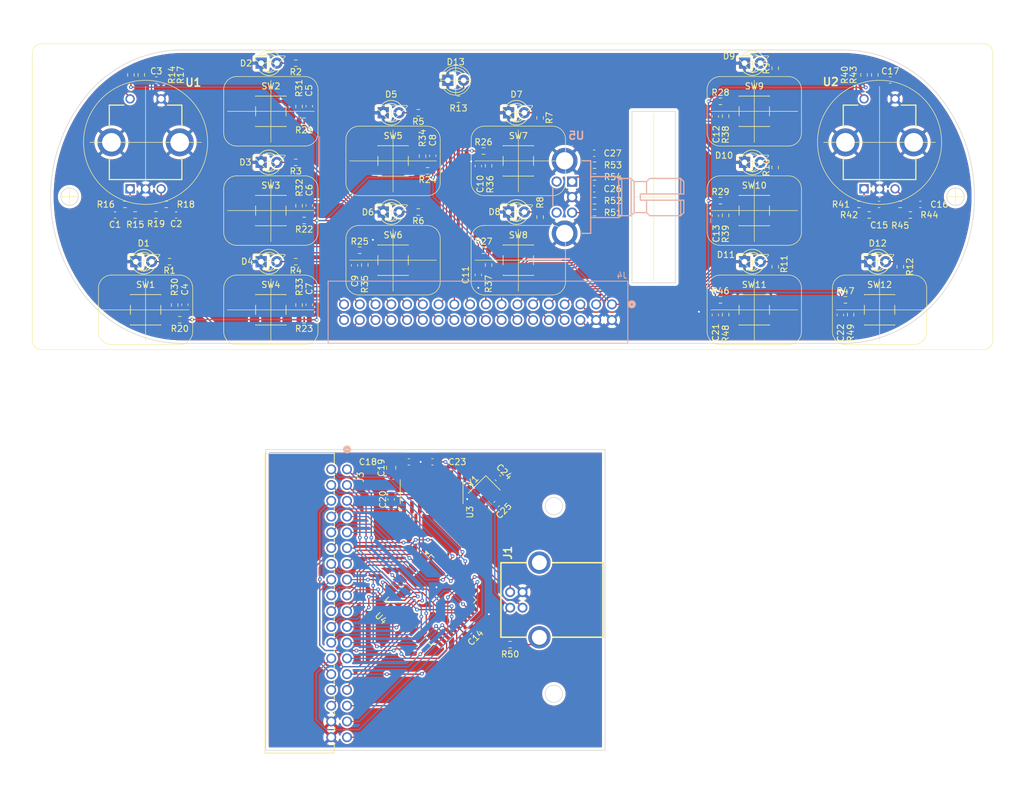
<source format=kicad_pcb>
(kicad_pcb (version 20241229) (generator "pcbnew") (generator_version "9.0")
  (layers (0 "F.Cu" signal) (2 "B.Cu" signal) (13 "F.Paste" user) (15 "B.Paste" user) (5 "F.SilkS" user "F.Silkscreen") (7 "B.SilkS" user "B.Silkscreen") (1 "F.Mask" user) (3 "B.Mask" user) (25 "Edge.Cuts" user))
  (net 0 "")
  (net 1 "GND")
  (net 2 "Net-(C1-Pad2)")
  (net 3 "Net-(C2-Pad2)")
  (net 4 "VCC")
  (net 5 "Net-(C15-Pad2)")
  (net 6 "Net-(C16-Pad2)")
  (net 7 "Net-(U3-V3)")
  (net 8 "Net-(U3-~{DTR})")
  (net 9 "Net-(U3-XI)")
  (net 10 "Net-(U3-XO)")
  (net 11 "Net-(C26-Pad2)")
  (net 12 "Net-(C27-Pad2)")
  (net 13 "Net-(D1-A)")
  (net 14 "Net-(D2-A)")
  (net 15 "Net-(D3-A)")
  (net 16 "Net-(D4-A)")
  (net 17 "Net-(D5-A)")
  (net 18 "Net-(D6-A)")
  (net 19 "Net-(D7-A)")
  (net 20 "Net-(D8-A)")
  (net 21 "Net-(D9-A)")
  (net 22 "Net-(D10-A)")
  (net 23 "Net-(D11-A)")
  (net 24 "Net-(D12-A)")
  (net 25 "Net-(D13-A)")
  (net 26 "Net-(J1-D-)")
  (net 27 "Net-(J1-D+)")
  (net 28 "Net-(J1-Shield)")
  (net 29 "Net-(U1-COM)")
  (net 30 "Net-(U1-TERMINAL_A)")
  (net 31 "Net-(U1-TERMINAL_B)")
  (net 32 "Net-(R20-Pad2)")
  (net 33 "Net-(R21-Pad2)")
  (net 34 "Net-(R22-Pad2)")
  (net 35 "Net-(R23-Pad2)")
  (net 36 "Net-(R24-Pad2)")
  (net 37 "Net-(R25-Pad2)")
  (net 38 "Net-(R26-Pad2)")
  (net 39 "Net-(R27-Pad2)")
  (net 40 "Net-(R28-Pad2)")
  (net 41 "Net-(R29-Pad2)")
  (net 42 "Net-(U2-COM)")
  (net 43 "Net-(U2-TERMINAL_A)")
  (net 44 "Net-(U2-TERMINAL_B)")
  (net 45 "Net-(R46-Pad2)")
  (net 46 "Net-(R47-Pad2)")
  (net 47 "Net-(U5-B_SIGNAL)")
  (net 48 "Net-(U5-A_SIGNAL)")
  (net 62 "/Back/PIC_TXD")
  (net 63 "/Back/PIC_RXD")
  (net 64 "/Back/LED_3")
  (net 65 "/Back/BTN_12")
  (net 66 "/Back/BTN_6")
  (net 67 "/Back/BTN_11")
  (net 68 "/Back/LED_4")
  (net 69 "/Back/LED_1")
  (net 70 "/Back/LED_5")
  (net 71 "/Back/ENC_C_CLK")
  (net 72 "/Back/LED_9")
  (net 73 "/Back/ENC_A_CLK")
  (net 74 "/Back/ENC_A_DAT")
  (net 75 "/Back/LED_13")
  (net 76 "/Back/LED_6")
  (net 77 "/Back/BTN_1")
  (net 78 "/Back/BTN_4")
  (net 79 "/Back/BTN_3")
  (net 80 "/Back/BTN_5")
  (net 81 "/Back/BTN_8")
  (net 82 "/Back/ENC_B_DAT")
  (net 83 "/Back/LED_8")
  (net 84 "/Back/BTN_7")
  (net 85 "/Back/LED_2")
  (net 86 "/Back/ENC_C_DAT")
  (net 87 "/Back/BTN_9")
  (net 88 "/Back/LED_12")
  (net 89 "/Back/LED_7")
  (net 90 "/Back/ENC_A_SW")
  (net 91 "/Back/BTN_2")
  (net 92 "/Back/LED_10")
  (net 93 "/Back/ENC_B_SW")
  (net 94 "/Back/BTN_10")
  (net 95 "/Back/LED_11")
  (net 96 "/Back/ENC_B_CLK")
  (net 97 "/Frontal/ENC_A_SW")
  (net 98 "/Frontal/BTN_1")
  (net 99 "/Frontal/BTN_2")
  (net 100 "/Frontal/BTN_3")
  (net 101 "/Frontal/BTN_4")
  (net 102 "/Frontal/BTN_5")
  (net 103 "/Frontal/BTN_6")
  (net 104 "/Frontal/BTN_7")
  (net 105 "/Frontal/BTN_8")
  (net 106 "/Frontal/BTN_9")
  (net 107 "/Frontal/BTN_10")
  (net 108 "/Frontal/ENC_B_SW")
  (net 109 "/Frontal/BTN_11")
  (net 110 "/Frontal/BTN_12")
  (net 111 "/Frontal/LED_1")
  (net 112 "/Frontal/LED_2")
  (net 113 "/Frontal/LED_3")
  (net 114 "/Frontal/LED_4")
  (net 115 "/Frontal/LED_5")
  (net 116 "/Frontal/LED_6")
  (net 117 "/Frontal/LED_7")
  (net 118 "/Frontal/LED_8")
  (net 119 "/Frontal/LED_9")
  (net 120 "/Frontal/LED_10")
  (net 121 "/Frontal/LED_11")
  (net 122 "/Frontal/LED_12")
  (net 123 "/Frontal/LED_13")
  (net 124 "/Frontal/ENC_A_CLK")
  (net 125 "/Frontal/ENC_A_DAT")
  (net 126 "/Frontal/ENC_B_CLK")
  (net 127 "/Frontal/ENC_B_DAT")
  (net 128 "/Frontal/ENC_C_CLK")
  (net 129 "/Frontal/ENC_C_DAT")
  (footprint "Resistor_SMD:R_0603_1608Metric" (layer "F.Cu") (at 185.375029 58.652129 180)
    (property "Reference" "R41")
    (property "Value" "10k")
  )
  (footprint "Capacitor_SMD:C_0603_1608Metric" (layer "F.Cu") (at 126.983344 106.952129 45)
    (property "Reference" "C25")
    (property "Value" "22pF")
  )
  (footprint "Resistor_SMD:R_0603_1608Metric" (layer "F.Cu") (at 124.858344 50.042129)
    (property "Reference" "R26")
    (property "Value" "1k")
  )
  (footprint "Resistor_SMD:R_0603_1608Metric" (layer "F.Cu") (at 75.908344 77.242129 180)
    (property "Reference" "R20")
    (property "Value" "1k")
  )
  (footprint "Resistor_SMD:R_0603_1608Metric" (layer "F.Cu") (at 192.025029 58.652129 180)
    (property "Reference" "R45")
    (property "Value" "10k")
  )
  (footprint "Button_Switch_SMD:SW_SPST_PTS647_Sx50" (layer "F.Cu") (at 130.480029 51.642129)
    (property "Reference" "SW7")
    (property "Value" "BTN")
  )
  (footprint "Capacitor_SMD:C_0603_1608Metric" (layer "F.Cu") (at 162.233344 44.467129 90)
    (property "Reference" "C12")
    (property "Value" "220n")
  )
  (footprint "Button_Switch_SMD:SW_SPST_PTS647_Sx50" (layer "F.Cu") (at 90.590029 43.642129)
    (property "Reference" "SW2")
    (property "Value" "BTN")
  )
  (footprint "Resistor_SMD:R_0603_1608Metric" (layer "F.Cu") (at 115.033344 50.867129 90)
    (property "Reference" "R34")
    (property "Value" "47k")
  )
  (footprint "Button_Switch_SMD:SW_SPST_PTS647_Sx50" (layer "F.Cu") (at 110.290029 51.642129)
    (property "Reference" "SW5")
    (property "Value" "BTN")
  )
  (footprint "Resistor_SMD:R_0603_1608Metric" (layer "F.Cu") (at 163.058344 58.042129)
    (property "Reference" "R29")
    (property "Value" "1k")
  )
  (footprint "Resistor_SMD:R_0603_1608Metric" (layer "F.Cu") (at 114.358344 59.874136 180)
    (property "Reference" "R6")
    (property "Value" "150")
  )
  (footprint "LED_THT:LED_D3.0mm" (layer "F.Cu") (at 166.940039 35.874136)
    (property "Reference" "D9")
    (property "Value" "LED")
  )
  (footprint "Capacitor_SMD:C_0603_1608Metric" (layer "F.Cu") (at 104.083344 68.467129 90)
    (property "Reference" "C9")
    (property "Value" "220n")
  )
  (footprint "Capacitor_SMD:C_0603_1608Metric" (layer "F.Cu") (at 96.783344 58.817129 -90)
    (property "Reference" "C6")
    (property "Value" "220n")
  )
  (footprint "Resistor_SMD:R_0603_1608Metric" (layer "F.Cu") (at 186.200029 37.777129 90)
    (property "Reference" "R40")
    (property "Value" "1k")
  )
  (footprint "Capacitor_SMD:C_0603_1608Metric" (layer "F.Cu") (at 96.783344 42.817129 -90)
    (property "Reference" "C5")
    (property "Value" "220n")
  )
  (footprint "LED_THT:LED_D3.0mm" (layer "F.Cu") (at 166.940039 67.874136)
    (property "Reference" "D11")
    (property "Value" "LED")
  )
  (footprint "Resistor_SMD:R_0603_1608Metric" (layer "F.Cu") (at 163.058344 74.042129)
    (property "Reference" "R46")
    (property "Value" "1k")
  )
  (footprint "Capacitor_SMD:C_0603_1608Metric" (layer "F.Cu") (at 122.531352 127.454121 45)
    (property "Reference" "C14")
    (property "Value" "100nF")
  )
  (footprint "Package_QFP:TQFP-44_10x10mm_P0.8mm" (layer "F.Cu") (at 116.417844 122.402129 -45)
    (property "Reference" "U4")
    (property "Value" "PIC18F46K22-xPT")
  )
  (footprint "Resistor_SMD:R_0603_1608Metric" (layer "F.Cu") (at 187.025029 60.352129)
    (property "Reference" "R42")
    (property "Value" "10k")
  )
  (footprint "Capacitor_SMD:C_0603_1608Metric" (layer "F.Cu") (at 162.233344 76.467129 90)
    (property "Reference" "C21")
    (property "Value" "220n")
  )
  (footprint "Resistor_SMD:R_0603_1608Metric" (layer "F.Cu") (at 142.758344 52.315129)
    (property "Reference" "R53")
    (property "Value" "10k")
  )
  (footprint "Button_Switch_SMD:SW_SPST_PTS647_Sx50" (layer "F.Cu") (at 188.700029 75.642129)
    (property "Reference" "SW12")
    (property "Value" "BTN")
  )
  (footprint "Resistor_SMD:R_0603_1608Metric" (layer "F.Cu") (at 114.358344 43.874136 180)
    (property "Reference" "R5")
    (property "Value" "150")
  )
  (footprint "Resistor_SMD:R_0603_1608Metric" (layer "F.Cu") (at 68.033344 37.777129 90)
    (property "Reference" "R14")
    (property "Value" "1k")
  )
  (footprint "Capacitor_SMD:C_0603_1608Metric" (layer "F.Cu") (at 195.275029 58.652129 180)
    (property "Reference" "C16")
    (property "Value" "10n")
  )
  (footprint "Button_Switch_SMD:SW_SPST_PTS647_Sx50" (layer "F.Cu") (at 130.480029 67.642129)
    (property "Reference" "SW8")
    (property "Value" "BTN")
  )
  (footprint "Resistor_SMD:R_0603_1608Metric" (layer "F.Cu") (at 133.983344 60.699136 90)
    (property "Reference" "R8")
    (property "Value" "150")
  )
  (footprint "Capacitor_SMD:C_0603_1608Metric" (layer "F.Cu") (at 190.425029 38.602129)
    (property "Reference" "C17")
    (property "Value" "220n")
  )
  (footprint "footprints:CONN36_901303436_MOL_H" (layer "F.Cu") (at 102.863143 101.345529 -90)
    (property "Reference" "J3")
    (property "Value" "Conn_02x18_Odd_Even")
  )
  (footprint "Crystal:Crystal_SMD_3225-4Pin_3.2x2.5mm" (layer "F.Cu") (at 124.983344 104.952129 -135)
    (property "Reference" "Y1")
    (property "Value" "12MHz")
  )
  (footprint "Capacitor_SMD:C_0603_1608Metric" (layer "F.Cu") (at 142.708344 56.141129)
    (property "Reference" "C26")
    (property "Value" "10n")
  )
  (footprint "Resistor_SMD:R_0603_1608Metric" (layer "F.Cu") (at 72.075029 60.352129 180)
    (property "Reference" "R19")
    (property "Value" "10k")
  )
  (footprint "Resistor_SMD:R_0603_1608Metric" (layer "F.Cu") (at 69.716687 37.777129 -90)
    (property "Reference" "R17")
    (property "Value" "47k")
  )
  (footprint "Capacitor_SMD:C_0603_1608Metric" (layer "F.Cu") (at 182.383344 76.467129 90)
    (property "Reference" "C22")
    (property "Value" "220n")
  )
  (footprint "Resistor_SMD:R_0603_1608Metric" (layer "F.Cu") (at 192.033344 68.699136 90)
    (property "Reference" "R12")
    (property "Value" "150")
  )
  (footprint "Capacitor_SMD:C_0603_1608Metric" (layer "F.Cu") (at 76.733344 74.817129 -90)
    (property "Reference" "C4")
    (property "Value" "220n")
  )
  (footprint "Resistor_SMD:R_0603_1608Metric" (layer "F.Cu") (at 163.883344 60.417129 -90)
    (property "Reference" "R39")
    (property "Value" "47k")
  )
  (footprint "Capacitor_SMD:C_0603_1608Metric" (layer "F.Cu") (at 188.625029 58.652129 180)
    (property "Reference" "C15")
    (property "Value" "10n")
  )
  (footprint "Button_Switch_SMD:SW_SPST_PTS647_Sx50" (layer "F.Cu") (at 168.510029 59.642129)
    (property "Reference" "SW10")
    (property "Value" "BTN")
  )
  (footprint "SamacSys_Parts:EC11E15244G1" (layer "F.Cu") (at 67.900029 56.142132)
    (property "Reference" "U1")
    (property "Value" "EC11E15244G1" (hide yes))
  )
  (footprint "Capacitor_SMD:C_0603_1608Metric" (layer "F.Cu") (at 127.183344 102.752129 -45)
    (property "Reference" "C24")
    (property "Value" "22pF")
  )
  (footprint "SamacSys_Parts:EC11E15244G1" (layer "F.Cu") (at 186.200029 56.142132)
    (property "Reference" "U2")
    (property "Value" "EC11E15244G1" (hide yes))
  )
  (footprint "Capacitor_SMD:C_0603_1608Metric" (layer "F.Cu") (at 72.125029 38.602129)
    (property "Reference" "C3")
    (property "Value" "220n")
  )
  (footprint "Resistor_SMD:R_0603_1608Metric" (layer "F.Cu") (at 95.958344 45.242129 180)
    (property "Reference" "R21")
    (property "Value" "1k")
  )
  (footprint "LED_THT:LED_D3.0mm" (layer "F.Cu") (at 68.830039 67.874136)
    (property "Reference" "D1")
    (property "Value" "LED")
  )
  (footprint "Button_Switch_SMD:SW_SPST_PTS647_Sx50" (layer "F.Cu") (at 90.590029 59.642129)
    (property "Reference" "SW3")
    (property "Value" "BTN")
  )
  (footprint "Resistor_SMD:R_0603_1608Metric" (layer "F.Cu") (at 95.133344 42.867129 90)
    (property "Reference" "R31")
    (property "Value" "47k")
  )
  (footprint "Button_Switch_SMD:SW_SPST_PTS647_Sx50" (layer "F.Cu") (at 168.510029 75.642129)
    (property "Reference" "SW11")
    (property "Value" "BTN")
  )
  (footprint "Capacitor_SMD:C_0805_2012Metric" (layer "F.Cu") (at 109.983344 101.102129 -90)
    (property "Reference" "C19")
    (property "Value" "10uF")
  )
  (footprint "LED_THT:LED_D3.0mm" (layer "F.Cu") (at 128.903344 43.874136)
    (property "Reference" "D7")
    (property "Value" "LED")
  )
  (footprint "Resistor_SMD:R_0603_1608Metric" (layer "F.Cu") (at 133.983344 44.699136 90)
    (property "Reference" "R7")
    (property "Value" "150")
  )
  (footprint "Resistor_SMD:R_0603_1608Metric" (layer "F.Cu") (at 163.883344 76.417129 -90)
    (property "Reference" "R48")
    (property "Value" "47k")
  )
  (footprint "Resistor_SMD:R_0603_1608Metric" (layer "F.Cu") (at 142.758344 59.967129)
    (property "Reference" "R51")
    (property "Value" "10k")
  )
  (footprint "Resistor_SMD:R_0603_1608Metric" (layer "F.Cu") (at 124.858344 66.042129)
    (property "Reference" "R27")
    (property "Value" "1k")
  )
  (footprint "Capacitor_SMD:C_0603_1608Metric" (layer "F.Cu") (at 142.708344 50.402129)
    (property "Reference" "C27")
    (property "Value" "10n")
  )
  (footprint "Resistor_SMD:R_0603_1608Metric" (layer "F.Cu") (at 95.958344 61.242129 180)
    (property "Reference" "R22")
    (property "Value" "1k")
  )
  (footprint "LED_THT:LED_D3.0mm" (layer "F.Cu") (at 108.713344 59.874136)
    (property "Reference" "D6")
    (property "Value" "LED")
  )
  (footprint "Resistor_SMD:R_0603_1608Metric" (layer "F.Cu") (at 94.608344 51.874136 180)
    (property "Reference" "R3")
    (property "Value" "150")
  )
  (footprint "Capacitor_SMD:C_0603_1608Metric" (layer "F.Cu") (at 162.233344 60.467129 90)
    (property "Reference" "C13")
    (property "Value" "220n")
  )
  (footprint "Resistor_SMD:R_0603_1608Metric" (layer "F.Cu") (at 104.908344 66.042129)
    (property "Reference" "R25")
    (property "Value" "1k")
  )
  (footprint "Resistor_SMD:R_0603_1608Metric" (layer "F.Cu") (at 68.725029 60.352129)
    (property "Reference" "R15")
    (property "Value" "10k")
  )
  (footprint "Resistor_SMD:R_0603_1608Metric" (layer "F.Cu") (at 94.608344 67.874136 180)
    (property "Reference" "R4")
    (property "Value" "150")
  )
  (footprint "LED_THT:LED_D3.0mm" (layer "F.Cu") (at 128.903344 59.874136)
    (property "Reference" "D8")
    (property "Value" "LED")
  )
  (footprint "LED_THT:LED_D3.0mm" (layer "F.Cu") (at 108.713344 43.874136)
    (property "Reference" "D5")
    (property "Value" "LED")
  )
  (footprint "Button_Switch_SMD:SW_SPST_PTS647_Sx50" (layer "F.Cu") (at 70.400029 75.642129)
    (property "Reference" "SW1")
    (property "Value" "BTN")
  )
  (footprint "Capacitor_SMD:C_0603_1608Metric" (layer "F.Cu") (at 96.783344 74.817129 -90)
    (property "Reference" "C7")
    (property "Value" "220n")
  )
  (footprint "Resistor_SMD:R_0603_1608Metric" (layer "F.Cu") (at 171.883344 36.699136 90)
    (property "Reference" "R9")
    (property "Value" "150")
  )
  (footprint "Capacitor_SMD:C_0603_1608Metric" (layer "F.Cu") (at 65.475029 60.352129)
    (property "Reference" "C1")
    (property "Value" "10n")
  )
  (footprint "Resistor_SMD:R_0603_1608Metric" (layer "F.Cu") (at 171.883344 52.699136 90)
    (property "Reference" "R10")
    (property "Value" "150")
  )
  (footprint "Button_Switch_SMD:SW_SPST_PTS647_Sx50" (layer "F.Cu") (at 90.590029 75.642129)
    (property "Reference" "SW4")
    (property "Value" "BTN")
  )
  (footprint "Resistor_SMD:R_0603_1608Metric" (layer "F.Cu") (at 105.733344 68.417129 -90)
    (property "Reference" "R35")
    (property "Value" "47k")
  )
  (footprint "Capacitor_SMD:C_0603_1608Metric" (layer "F.Cu") (at 116.642844 100.152129 180)
    (property "Reference" "C23")
    (property "Value" "100nF")
  )
  (footprint "LED_THT:LED_D3.0mm" (layer "F.Cu") (at 89.020039 67.874136)
    (property "Reference" "D4")
    (property "Value" "LED")
  )
  (footprint "Capacitor_SMD:C_0603_1608Metric" (layer "F.Cu") (at 124.033344 52.467129 90)
    (property "Reference" "C10")
    (property "Value" "220n")
  )
  (footprint "Resistor_SMD:R_0603_1608Metric" (layer "F.Cu") (at 193.675029 60.352129)
    (property "Reference" "R44")
    (property "Value" "10k")
  )
  (footprint "Package_SO:SOIC-16_3.9x9.9mm_P1.27mm" (layer "F.Cu") (at 116.502844 104.952129 90)
    (property "Reference" "U3")
    (property "Value" "CH340G")
  )
  (footprint "LED_THT:LED_D3.0mm" (layer "F.Cu") (at 166.940039 51.874136)
    (property "Reference" "D10")
    (property "Value" "LED")
  )
  (footprint "Resistor_SMD:R_0603_1608Metric" (layer "F.Cu") (at 95.958344 77.242129 180)
    (property "Reference" "R23")
    (property "Value" "1k")
  )
  (footprint "Resistor_SMD:R_0603_1608Metric" (layer "F.Cu") (at 163.058344 42.042129)
    (property "Reference" "R28")
    (property "Value" "1k")
  )
  (footprint "Resistor_SMD:R_0603_1608Metric" (layer "F.Cu") (at 184.033344 76.417129 -90)
    (property "Reference" "R49")
    (property "Value" "47k")
  )
  (footprint "Resistor_SMD:R_0603_1608Metric" (layer "F.Cu") (at 171.883344 68.699136 90)
    (property "Reference" "R11")
    (property "Value" "150")
  )
  (footprint "Resistor_SMD:R_0603_1608Metric" (layer "F.Cu") (at 95.133344 58.867129 90)
    (property "Reference" "R32")
    (property "Value" "47k")
  )
  (footprint "Resistor_SMD:R_0603_1608Metric" (layer "F.Cu") (at 74.258344 67.874136 180)
    (property "Reference" "R1")
    (property "Value" "150")
  )
  (footprint "Resistor_SMD:R_0603_1608Metric" (layer "F.Cu") (at 163.883344 44.417129 -90)
    (property "Reference" "R38")
    (property "Value" "47k")
  )
  (footprint "Capacitor_SMD:C_0603_1608Metric" (layer "F.Cu") (at 124.033344 70.017129 -90)
    (property "Reference" "C11")
    (property "Value" "220n")
  )
  (footprint "Capacitor_SMD:C_0603_1608Metric" (layer "F.Cu") (at 109.983344 106.202129 -90)
    (property "Reference" "C20")
    (property "Value" "100nF")
  )
  (footprint "Button_Switch_SMD:SW_SPST_PTS647_Sx50" (layer "F.Cu") (at 168.510029 43.642129)
    (property "Reference" "SW9")
    (property "Value" "BTN")
  )
  (footprint "Resistor_SMD:R_0603_1608Metric" (layer "F.Cu") (at 73.725029 58.652129)
    (property "Reference" "R18")
    (property "Value" "10k")
  )
  (footprint "Resistor_SMD:R_0603_1608Metric" (layer "F.Cu") (at 115.858344 53.242129 180)
    (property "Reference" "R24")
    (property "Value" "1k")
  )
  (footprint "Resistor_SMD:R_0603_1608Metric" (layer "F.Cu") (at 129.158344 129.602129)
    (property "Reference" "R50")
    (property "Value" "0R")
  )
  (footprint "Resistor_SMD:R_0603_1608Metric" (layer "F.Cu") (at 183.208344 74.042129)
    (property "Reference" "R47")
    (property "Value" "1k")
  )
  (footprint "Resistor_SMD:R_0603_1608Metric" (layer "F.Cu") (at 125.683344 52.417129 -90)
    (property "Reference" "R36")
    (property "Value" "47k")
  )
  (footprint "LED_THT:LED_D3.0mm" (layer "F.Cu") (at 89.020039 51.874136)
    (property "Reference" "D3")
    (property "Value" "LED")
  )
  (footprint "LED_THT:LED_D3.0mm" (layer "F.Cu") (at 89.020039 35.874136)
    (property "Reference" "D2")
    (property "Value" "LED")
  )
  (footprint "Resistor_SMD:R_0603_1608Metric" (layer "F.Cu") (at 142.758344 58.054129)
    (property "Reference" "R52")
    (property "Value" "10k")
  )
  (footprint "Resistor_SMD:R_0603_1608Metric" (layer "F.Cu") (at 125.683344 68.417129 -90)
    (property "Reference" "R37")
    (property "Value" "47k")
  )
  (footprint "Resistor_SMD:R_0603_1608Metric" (layer "F.Cu") (at 95.133344 74.867129 90)
    (property "Reference" "R33")
    (property "Value" "47k")
  )
  (footprint "Resistor_SMD:R_0603_1608Metric" (layer "F.Cu") (at 94.608344 35.874136 180)
    (property "Reference" "R2")
    (property "Value" "150")
  )
  (footprint "Capacitor_SMD:C_0603_1608Metric" (layer "F.Cu") (at 116.683344 50.817129 -90)
    (property "Reference" "C8")
    (property "Value" "220n")
  )
  (footprint "Resistor_SMD:R_0603_1608Metric" (layer "F.Cu") (at 120.830029 41.702129)
    (property "Reference" "R13")
    (property "Value" "150")
  )
  (footprint "Resistor_SMD:R_0603_1608Metric" (layer "F.Cu") (at 75.083344 74.867129 90)
    (property "Reference" "R30")
    (property "Value" "47k")
  )
  (footprint "Resistor_SMD:R_0603_1608Metric" (layer "F.Cu") (at 187.937529 37.777129 -90)
    (property "Reference" "R43")
    (property "Value" "47k")
  )
  (footprint "SamacSys_Parts:A-USBSB" (layer "F.Cu") (at 144.171844 122.402129 90)
    (property "Reference" "J1")
    (property "Value" "USB_B" (hide yes))
  )
  (footprint "Resistor_SMD:R_0603_1608Metric" (layer "F.Cu") (at 67.075029 58.652129 180)
    (property "Reference" "R16")
    (property "Value" "10k")
  )
  (footprint "LED_THT:LED_D3.0mm" (layer "F.Cu") (at 119.115029 38.642129)
    (property "Reference" "D13")
    (property "Value" "LED")
  )
  (footprint "LED_THT:LED_D3.0mm" (layer "F.Cu") (at 187.130039 67.874136)
    (property "Reference" "D12")
    (property "Value" "LED")
  )
  (footprint "Resistor_SMD:R_0603_1608Metric" (layer "F.Cu") (at 142.758344 54.228129)
    (property "Reference" "R54")
    (property "Value" "10k")
  )
  (footprint "Button_Switch_SMD:SW_SPST_PTS647_Sx50" (layer "F.Cu") (at 110.290029 67.642129)
    (property "Reference" "SW6")
    (property "Value" "BTN")
  )
  (footprint "Capacitor_SMD:C_0603_1608Metric" (layer "F.Cu") (at 112.832844 100.152129)
    (property "Reference" "C18")
    (property "Value" "100nF")
  )
  (footprint "Capacitor_SMD:C_0603_1608Metric" (layer "F.Cu") (at 75.325029 60.352129 180)
    (property "Reference" "C2")
    (property "Value" "10n")
  )
  (footprint "SamacSys_Parts:EN11VSB1AQ15" (layer "B.Cu") (at 139.145844 54.967129)
    (property "Reference" "U5")
    (property "Value" "EN11-VSB1AQ15" (hide yes))
  )
  (footprint "footprints:CONN36_901301436_MOL" (layer "B.Cu") (at 145.565844 74.752129 180)
    (property "Reference" "J4")
    (property "Value" "Conn_02x18_Odd_Even")
  )
  (gr_line (start 103.29 51.642132) (end 117.29 51.642132) (stroke (width 0.1)) (layer "F.SilkS"))
  (gr_line (start 152.3 43.992132) (end 152.3 70.942132) (stroke (width 0.1)) (layer "F.SilkS"))
  (gr_line (start 123.48 67.642132) (end 137.48 67.642132) (stroke (width 0.1)) (layer "F.SilkS"))
  (gr_line (start 130.172036 59.621147) (end 130.172036 61.410709) (stroke (width 0.1)) (layer "F.SilkS"))
  (gr_line (start 58.15 56.002132) (end 58.15 58.802132) (stroke (width 0.1)) (layer "F.SilkS"))
  (gr_line (start 120.385 36.242132) (end 120.385 41.042132) (stroke (width 0.1)) (layer "F.SilkS"))
  (gr_line (start 115.79 73.242132) (end 104.789955 73.242132) (stroke (width 0.1)) (layer "F.SilkS"))
  (gr_line (start 78 72.158507) (end 78 79.142181) (stroke (width 0.1)) (layer "F.SilkS"))
  (gr_line (start 70.4 39.642132) (end 70.4 57.642132) (stroke (width 0.1)) (layer "F.SilkS"))
  (gr_arc (start 127.59275 58.872846) (mid 127.571027 58.763844) (end 127.663457 58.702132) (stroke (width 0.1)) (layer "F.SilkS"))
  (gr_line (start 96.090045 81.242132) (end 85.089955 81.242132) (stroke (width 0.1)) (layer "F.SilkS"))
  (gr_line (start 109.982036 61.310711) (end 110.052747 61.381421) (stroke (width 0.1)) (layer "F.SilkS"))
  (gr_line (start 75.900045 81.242132) (end 64.900005 81.242132) (stroke (width 0.1)) (layer "F.SilkS"))
  (gr_line (start 161.51 43.642132) (end 175.51 43.642132) (stroke (width 0.1)) (layer "F.SilkS"))
  (gr_arc (start 70.1 69.412148) (mid 70.12508 69.373148) (end 70.170711 69.381421) (stroke (width 0.1)) (layer "F.SilkS"))
  (gr_arc (start 135.979955 62.042132) (mid 137.470681 62.663018) (end 138.08 64.158507) (stroke (width 0.1)) (layer "F.SilkS"))
  (gr_line (start 202.35 57.402132) (end 199.55 57.402132) (stroke (width 0.1)) (layer "F.SilkS"))
  (gr_line (start 111.307036 44.127132) (end 109.982036 43.621147) (stroke (width 0.1)) (layer "F.SilkS"))
  (gr_line (start 109.982036 59.621147) (end 109.982036 61.410709) (stroke (width 0.1)) (layer "F.SilkS"))
  (gr_arc (start 92.798555 34.702132) (mid 92.890962 34.763852) (end 92.869273 34.87286) (stroke (width 0.1)) (layer "F.SilkS"))
  (gr_line (start 104.804105 62.042132) (end 115.789955 62.042132) (stroke (width 0.1)) (layer "F.SilkS"))
  (gr_arc (start 90.29 53.410741) (mid 90.315548 53.372455) (end 90.360711 53.381421) (stroke (width 0.1)) (layer "F.SilkS"))
  (gr_line (start 90.29 35.621147) (end 90.29 37.41067) (stroke (width 0.1)) (layer "F.SilkS"))
  (gr_line (start 165.702796 50.702132) (end 170.718555 50.702132) (stroke (width 0.1)) (layer "F.SilkS"))
  (gr_arc (start 107.40275 58.872846) (mid 107.381027 58.763844) (end 107.473457 58.702132) (stroke (width 0.1)) (layer "F.SilkS"))
  (gr_line (start 179.7 48.642132) (end 197.7 48.642132) (stroke (width 0.1)) (layer "F.SilkS"))
  (gr_line (start 169.535 68.127132) (end 168.21 67.621147) (stroke (width 0.1)) (layer "F.SilkS"))
  (gr_arc (start 98.19 47.142181) (mid 97.574947 48.627102) (end 96.090045 49.242132) (stroke (width 0.1)) (layer "F.SilkS"))
  (gr_line (start 176.11 40.158507) (end 176.11 47.142141) (stroke (width 0.1)) (layer "F.SilkS"))
  (gr_arc (start 82.99 40.142181) (mid 83.605098 38.657253) (end 85.090045 38.042132) (stroke (width 0.1)) (layer "F.SilkS"))
  (gr_arc (start 82.99 56.142181) (mid 83.605098 54.657253) (end 85.090045 54.042132) (stroke (width 0.1)) (layer "F.SilkS"))
  (gr_line (start 127.663457 58.702132) (end 132.680655 58.702132) (stroke (width 0.1)) (layer "F.SilkS"))
  (gr_arc (start 85.089955 65.242132) (mid 83.605084 64.627036) (end 82.99 63.142132) (stroke (width 0.1)) (layer "F.SilkS"))
  (gr_arc (start 176.11 79.142141) (mid 175.494916 80.627074) (end 174.01 81.242132) (stroke (width 0.1)) (layer "F.SilkS"))
  (gr_line (start 102.69 71.142132) (end 102.69 64.142141) (stroke (width 0.1)) (layer "F.SilkS"))
  (gr_line (start 91.615 36.127132) (end 90.29 35.621147) (stroke (width 0.1)) (layer "F.SilkS"))
  (gr_line (start 130.101325 61.381421) (end 127.59275 58.872846) (stroke (width 0.1)) (layer "F.SilkS"))
  (gr_line (start 130.101325 45.381421) (end 127.59275 42.872846) (stroke (width 0.1)) (layer "F.SilkS"))
  (gr_line (start 169.535 52.127132) (end 168.21 51.621147) (stroke (width 0.1)) (layer "F.SilkS"))
  (gr_circle (center 120.385 38.642132) (end 122.785 38.642132) (stroke (width 0.1)) (fill no) (layer "F.SilkS"))
  (gr_line (start 181.7 75.642132) (end 195.7 75.642132) (stroke (width 0.1)) (layer "F.SilkS"))
  (gr_line (start 92.869273 50.87286) (end 90.29 53.452131) (stroke (width 0.1)) (layer "F.SilkS"))
  (gr_line (start 183.199955 81.242132) (end 182.751586 81.052132) (stroke (width 0.1)) (layer "F.SilkS"))
  (gr_arc (start 163.009955 49.242132) (mid 161.525084 48.627036) (end 160.91 47.142132) (stroke (width 0.1)) (layer "F.SilkS"))
  (gr_arc (start 92.798555 50.702132) (mid 92.890962 50.763852) (end 92.869273 50.87286) (stroke (width 0.1)) (layer "F.SilkS"))
  (gr_line (start 160.91 79.142132) (end 160.91 72.142141) (stroke (width 0.1)) (layer "F.SilkS"))
  (gr_line (start 132.749244 42.874924) (end 130.242747 45.381421) (stroke (width 0.1)) (layer "F.SilkS"))
  (gr_arc (start 165.630732 50.872864) (mid 165.609261 50.763216) (end 165.702796 50.702132) (stroke (width 0.1)) (layer "F.SilkS"))
  (gr_line (start 91.615 52.127132) (end 90.29 51.621147) (stroke (width 0.1)) (layer "F.SilkS"))
  (gr_arc (start 117.89 71.142141) (mid 117.274916 72.627074) (end 115.79 73.242132) (stroke (width 0.1)) (layer "F.SilkS"))
  (gr_line (start 194.2 81.242132) (end 183.199955 81.242132) (stroke (width 0.1)) (layer "F.SilkS"))
  (gr_line (start 96.090045 65.242132) (end 85.089955 65.242132) (stroke (width 0.1)) (layer "F.SilkS"))
  (gr_line (start 181.1 79.142132) (end 181.1 72.142141) (stroke (width 0.1)) (layer "F.SilkS"))
  (gr_line (start 163.024105 54.042132) (end 174.009955 54.042132) (stroke (width 0.1)) (layer "F.SilkS"))
  (gr_arc (start 102.69 48.142141) (mid 103.310051 46.652176) (end 104.804105 46.042132) (stroke (width 0.1)) (layer "F.SilkS"))
  (gr_line (start 149.15 57.467132) (end 155.45 57.467132) (stroke (width 0.1)) (layer "F.SilkS"))
  (gr_line (start 90.59 70.642132) (end 90.59 80.642132) (stroke (width 0.1)) (layer "F.SilkS"))
  (gr_arc (start 127.59275 42.872846) (mid 127.571027 42.763844) (end 127.663457 42.702132) (stroke (width 0.1)) (layer "F.SilkS"))
  (gr_line (start 176.11 56.158507) (end 176.11 63.142141) (stroke (width 0.1)) (layer "F.SilkS"))
  (gr_arc (start 160.91 40.142141) (mid 161.530051 38.652176) (end 163.024105 38.042132) (stroke (width 0.1)) (layer "F.SilkS"))
  (gr_arc (start 174.009955 38.042132) (mid 175.500681 38.663018) (end 176.11 40.158507) (stroke (width 0.1)) (layer "F.SilkS"))
  (gr_arc (start 92.798555 66.702132) (mid 92.890962 66.763852) (end 92.869273 66.87286) (stroke (width 0.1)) (layer "F.SilkS"))
  (gr_line (start 64.905014 70.042132) (end 75.899955 70.042132) (stroke (width 0.1)) (layer "F.SilkS"))
  (gr_line (start 188.7 39.642132) (end 188.7 57.642132) (stroke (width 0.1)) (layer "F.SilkS"))
  (gr_line (start 59.55 57.402132) (end 56.75 57.402132) (stroke (width 0.1)) (layer "F.SilkS"))
  (gr_arc (start 115.789955 46.042132) (mid 117.280681 46.663018) (end 117.89 48.158507) (stroke (width 0.1)) (layer "F.SilkS"))
  (gr_arc (start 196.3 79.142141) (mid 195.684916 80.627074) (end 194.2 81.242132) (stroke (width 0.1)) (layer "F.SilkS"))
  (gr_line (start 90.29 51.621147) (end 90.29 53.410741) (stroke (width 0.1)) (layer "F.SilkS"))
  (gr_line (start 90.29 67.621147) (end 90.29 69.410741) (stroke (width 0.1)) (layer "F.SilkS"))
  (gr_line (start 90.29 53.452131) (end 87.710732 50.872864) (stroke (width 0.1)) (layer "F.SilkS"))
  (gr_arc (start 87.710732 34.872864) (mid 87.689261 34.763216) (end 87.782796 34.702132) (stroke (width 0.1)) (layer "F.SilkS"))
  (gr_line (start 109.982036 59.621147) (end 108.657036 60.127132) (stroke (width 0.1)) (layer "F.SilkS"))
  (gr_arc (start 109.982036 45.410709) (mid 110.007631 45.372493) (end 110.052747 45.381421) (stroke (width 0.1)) (layer "F.SilkS"))
  (gr_line (start 83.59 75.642132) (end 97.59 75.642132) (stroke (width 0.1)) (layer "F.SilkS"))
  (gr_line (start 161.51 75.642132) (end 175.51 75.642132) (stroke (width 0.1)) (layer "F.SilkS"))
  (gr_arc (start 124.979955 73.242132) (mid 123.495084 72.627036) (end 122.88 71.142132) (stroke (width 0.1)) (layer "F.SilkS"))
  (gr_arc (start 53.650005 82.052132) (mid 52.587828 81.611291) (end 52.15 80.547879) (stroke (width 0.1)) (layer "F.SilkS"))
  (gr_arc (start 132.680655 58.702132) (mid 132.773618 58.765225) (end 132.749244 58.874924) (stroke (width 0.1)) (layer "F.SilkS"))
  (gr_line (start 110.29 62.642132) (end 110.29 72.642132) (stroke (width 0.1)) (layer "F.SilkS"))
  (gr_arc (start 165.630732 66.872864) (mid 165.609261 66.763216) (end 165.702796 66.702132) (stroke (width 0.1)) (layer "F.SilkS"))
  (gr_line (start 90.29 35.621147) (end 88.965 36.127132) (stroke (width 0.1)) (layer "F.SilkS"))
  (gr_line (start 53.654237 32.752132) (end 205.449955 32.752132) (stroke (width 0.1)) (layer "F.SilkS"))
  (gr_arc (start 115.789955 62.042132) (mid 117.280681 62.663018) (end 117.89 64.158507) (stroke (width 0.1)) (layer "F.SilkS"))
  (gr_line (start 110.29 46.642132) (end 110.29 56.642132) (stroke (width 0.1)) (layer "F.SilkS"))
  (gr_arc (start 163.009955 81.242132) (mid 161.525084 80.627036) (end 160.91 79.142132) (stroke (width 0.1)) (layer "F.SilkS"))
  (gr_line (start 87.782796 66.702132) (end 92.798555 66.702132) (stroke (width 0.1)) (layer "F.SilkS"))
  (gr_line (start 170.789273 50.87286) (end 168.279369 53.382763) (stroke (width 0.1)) (layer "F.SilkS"))
  (gr_line (start 168.21 35.621147) (end 166.885 36.127132) (stroke (width 0.1)) (layer "F.SilkS"))
  (gr_line (start 124.994105 62.042132) (end 135.979955 62.042132) (stroke (width 0.1)) (layer "F.SilkS"))
  (gr_arc (start 87.710732 50.872864) (mid 87.689261 50.763216) (end 87.782796 50.702132) (stroke (width 0.1)) (layer "F.SilkS"))
  (gr_arc (start 130.172036 61.410709) (mid 130.197631 61.372493) (end 130.242747 61.381421) (stroke (width 0.1)) (layer "F.SilkS"))
  (gr_line (start 130.172036 45.310711) (end 130.242747 45.381421) (stroke (width 0.1)) (layer "F.SilkS"))
  (gr_line (start 188.4 67.621147) (end 188.4 69.41067) (stroke (width 0.1)) (layer "F.SilkS"))
  (gr_line (start 109.911325 45.381421) (end 107.40275 42.872846) (stroke (width 0.1)) (layer "F.SilkS"))
  (gr_line (start 185.892796 66.702132) (end 190.908555 66.702132) (stroke (width 0.1)) (layer "F.SilkS"))
  (gr_arc (start 98.19 63.142181) (mid 97.574947 64.627102) (end 96.090045 65.242132) (stroke (width 0.1)) (layer "F.SilkS"))
  (gr_line (start 109.982036 43.621147) (end 109.982036 45.410709) (stroke (width 0.1)) (layer "F.SilkS"))
  (gr_line (start 168.21 35.621147) (end 168.21 37.41067) (stroke (width 0.1)) (layer "F.SilkS"))
  (gr_line (start 82.99 63.142132) (end 82.99 56.142181) (stroke (width 0.1)) (layer "F.SilkS"))
  (gr_arc (start 52.15 34.252121) (mid 52.590831 33.18995) (end 53.654237 32.752132) (stroke (width 0.1)) (layer "F.SilkS"))
  (gr_line (start 138.08 48.158507) (end 138.08 55.142141) (stroke (width 0.1)) (layer "F.SilkS"))
  (gr_arc (start 188.32929 69.381421) (mid 188.374178 69.372983) (end 188.4 69.41067) (stroke (width 0.1)) (layer "F.SilkS"))
  (gr_arc (start 132.680655 42.702132) (mid 132.773618 42.765225) (end 132.749244 42.874924) (stroke (width 0.1)) (layer "F.SilkS"))
  (gr_line (start 70.1 67.621147) (end 70.1 69.412148) (stroke (width 0.1)) (layer "F.SilkS"))
  (gr_arc (start 96.089955 54.042132) (mid 97.580681 54.663018) (end 98.19 56.158507) (stroke (width 0.1)) (layer "F.SilkS"))
  (gr_line (start 200.95 56.002132) (end 200.95 58.802132) (stroke (width 0.1)) (layer "F.SilkS"))
  (gr_line (start 90.59 38.642132) (end 90.59 48.642132) (stroke (width 0.1)) (layer "F.SilkS"))
  (gr_arc (start 62.8 72.142121) (mid 63.416842 70.655411) (end 64.905014 70.042132) (stroke (width 0.1)) (layer "F.SilkS"))
  (gr_line (start 115.79 57.242132) (end 104.789955 57.242132) (stroke (width 0.1)) (layer "F.SilkS"))
  (gr_line (start 168.21 67.621147) (end 166.885 68.127132) (stroke (width 0.1)) (layer "F.SilkS"))
  (gr_arc (start 107.40275 42.872846) (mid 107.381027 42.763844) (end 107.473457 42.702132) (stroke (width 0.1)) (layer "F.SilkS"))
  (gr_line (start 160.91 47.142132) (end 160.91 40.142141) (stroke (width 0.1)) (layer "F.SilkS"))
  (gr_line (start 174.01 49.242132) (end 163.009955 49.242132) (stroke (width 0.1)) (layer "F.SilkS"))
  (gr_line (start 85.090045 38.042132) (end 96.089955 38.042132) (stroke (width 0.1)) (layer "F.SilkS"))
  (gr_line (start 107.473457 42.702132) (end 112.490655 42.702132) (stroke (width 0.1)) (layer "F.SilkS"))
  (gr_line (start 109.982036 43.621147) (end 108.657036 44.127132) (stroke (width 0.1)) (layer "F.SilkS"))
  (gr_line (start 188.4 69.452131) (end 185.820732 66.872864) (stroke (width 0.1)) (layer "F.SilkS"))
  (gr_line (start 168.51 54.642132) (end 168.51 64.642132) (stroke (width 0.1)) (layer "F.SilkS"))
  (gr_line (start 111.307036 60.127132) (end 109.982036 59.621147) (stroke (width 0.1)) (layer "F.SilkS"))
  (gr_arc (start 168.13929 37.381421) (mid 168.184178 37.372983) (end 168.21 37.41067) (stroke (width 0.1)) (layer "F.SilkS"))
  (gr_line (start 70.4 70.642132) (end 70.4 80.642132) (stroke (width 0.1)) (layer "F.SilkS"))
  (gr_line (start 174.01 81.242132) (end 163.009955 81.242132) (stroke (width 0.1)) (layer "F.SilkS"))
  (gr_line (start 168.21 53.452131) (end 165.630732 50.872864) (stroke (width 0.1)) (layer "F.SilkS"))
  (gr_line (start 135.98 73.242132) (end 124.979955 73.242132) (stroke (width 0.1)) (layer "F.SilkS"))
  (gr_arc (start 205.449955 32.752132) (mid 206.515527 33.196391) (end 206.95 34.265989) (stroke (width 0.1)) (layer "F.SilkS"))
  (gr_arc (start 104.789955 57.242132) (mid 103.305084 56.627036) (end 102.69 55.142132) (stroke (width 0.1)) (layer "F.SilkS"))
  (gr_line (start 188.7 70.642132) (end 188.7 80.642132) (stroke (width 0.1)) (layer "F.SilkS"))
  (gr_arc (start 82.99 72.142181) (mid 83.605098 70.657253) (end 85.090045 70.042132) (stroke (width 0.1)) (layer "F.SilkS"))
  (gr_line (start 63.4 75.642132) (end 77.4 75.642132) (stroke (width 0.1)) (layer "F.SilkS"))
  (gr_arc (start 122.88 48.142141) (mid 123.500051 46.652176) (end 124.994105 46.042132) (stroke (width 0.1)) (layer "F.SilkS"))
  (gr_line (start 168.21 51.621147) (end 166.885 52.127132) (stroke (width 0.1)) (layer "F.SilkS"))
  (gr_line (start 67.592796 66.702132) (end 72.608555 66.702132) (stroke (width 0.1)) (layer "F.SilkS"))
  (gr_line (start 127.663457 42.702132) (end 132.680655 42.702132) (stroke (width 0.1)) (layer "F.SilkS"))
  (gr_line (start 71.425 68.127132) (end 70.1 67.621147) (stroke (width 0.1)) (layer "F.SilkS"))
  (gr_arc (start 122.88 64.142141) (mid 123.500051 62.652176) (end 124.994105 62.042132) (stroke (width 0.1)) (layer "F.SilkS"))
  (gr_arc (start 104.789955 73.242132) (mid 103.305084 72.627036) (end 102.69 71.142132) (stroke (width 0.1)) (layer "F.SilkS"))
  (gr_arc (start 98.19 79.142181) (mid 97.574947 80.627102) (end 96.090045 81.242132) (stroke (width 0.1)) (layer "F.SilkS"))
  (gr_line (start 103.29 67.642132) (end 117.29 67.642132) (stroke (width 0.1)) (layer "F.SilkS"))
  (gr_arc (start 117.89 55.142141) (mid 117.274916 56.627074) (end 115.79 57.242132) (stroke (width 0.1)) (layer "F.SilkS"))
  (gr_line (start 82.99 79.142132) (end 82.99 72.142181) (stroke (width 0.1)) (layer "F.SilkS"))
  (gr_arc (start 64.900005 81.242132) (mid 63.413289 80.625281) (end 62.8 79.137102) (stroke (width 0.1)) (layer "F.SilkS"))
  (gr_arc (start 96.089955 38.042132) (mid 97.580681 38.663018) (end 98.19 40.158507) (stroke (width 0.1)) (layer "F.SilkS"))
  (gr_line (start 85.090045 70.042132) (end 96.089955 70.042132) (stroke (width 0.1)) (layer "F.SilkS"))
  (gr_arc (start 85.089955 49.242132) (mid 83.605084 48.627036) (end 82.99 47.142132) (stroke (width 0.1)) (layer "F.SilkS"))
  (gr_line (start 52.15 80.547879) (end 52.15 34.252121) (stroke (width 0.1)) (layer "F.SilkS"))
  (gr_arc (start 96.089955 70.042132) (mid 97.580681 70.663018) (end 98.19 72.158507) (stroke (width 0.1)) (layer "F.SilkS"))
  (gr_arc (start 165.630732 34.872864) (mid 165.609261 34.763216) (end 165.702796 34.702132) (stroke (width 0.1)) (layer "F.SilkS"))
  (gr_line (start 132.749244 58.874924) (end 130.242747 61.381421) (stroke (width 0.1)) (layer "F.SilkS"))
  (gr_line (start 98.19 56.158507) (end 98.19 63.142181) (stroke (width 0.1)) (layer "F.SilkS"))
  (gr_line (start 72.679273 66.87286) (end 70.100001 69.452131) (stroke (width 0.1)) (layer "F.SilkS"))
  (gr_line (start 169.535 36.127132) (end 168.21 35.621147) (stroke (width 0.1)) (layer "F.SilkS"))
  (gr_line (start 109.982036 45.310711) (end 110.052747 45.381421) (stroke (width 0.1)) (layer "F.SilkS"))
  (gr_line (start 85.090045 54.042132) (end 96.089955 54.042132) (stroke (width 0.1)) (layer "F.SilkS"))
  (gr_line (start 82.99 47.142132) (end 82.99 40.142181) (stroke (width 0.1)) (layer "F.SilkS"))
  (gr_arc (start 190.908555 66.702132) (mid 191.000962 66.763852) (end 190.979273 66.87286) (stroke (width 0.1)) (layer "F.SilkS"))
  (gr_line (start 170.789273 34.87286) (end 168.279369 37.382763) (stroke (width 0.1)) (layer "F.SilkS"))
  (gr_line (start 130.48 62.642132) (end 130.48 72.642132) (stroke (width 0.1)) (layer "F.SilkS"))
  (gr_line (start 135.98 57.242132) (end 124.979955 57.242132) (stroke (width 0.1)) (layer "F.SilkS"))
  (gr_circle (center 70.4 48.642132) (end 80.4 48.642132) (stroke (width 0.1)) (fill no) (layer "F.SilkS"))
  (gr_arc (start 170.718555 66.702132) (mid 170.810962 66.763852) (end 170.789273 66.87286) (stroke (width 0.1)) (layer "F.SilkS"))
  (gr_line (start 160.91 63.142132) (end 160.91 56.142141) (stroke (width 0.1)) (layer "F.SilkS"))
  (gr_line (start 130.172036 43.621147) (end 130.172036 45.410709) (stroke (width 0.1)) (layer "F.SilkS"))
  (gr_line (start 70.100001 69.452131) (end 67.520732 66.872864) (stroke (width 0.1)) (layer "F.SilkS"))
  (gr_line (start 165.702796 66.702132) (end 170.718555 66.702132) (stroke (width 0.1)) (layer "F.SilkS"))
  (gr_arc (start 72.608555 66.702132) (mid 72.700962 66.763852) (end 72.679273 66.87286) (stroke (width 0.1)) (layer "F.SilkS"))
  (gr_line (start 163.024105 38.042132) (end 174.009955 38.042132) (stroke (width 0.1)) (layer "F.SilkS"))
  (gr_line (start 90.59 54.642132) (end 90.59 64.642132) (stroke (width 0.1)) (layer "F.SilkS"))
  (gr_line (start 130.172036 61.310711) (end 130.242747 61.381421) (stroke (width 0.1)) (layer "F.SilkS"))
  (gr_arc (start 124.979955 57.242132) (mid 123.495084 56.627036) (end 122.88 55.142132) (stroke (width 0.1)) (layer "F.SilkS"))
  (gr_arc (start 176.11 47.142141) (mid 175.494916 48.627074) (end 174.01 49.242132) (stroke (width 0.1)) (layer "F.SilkS"))
  (gr_line (start 122.88 71.142132) (end 122.88 64.142141) (stroke (width 0.1)) (layer "F.SilkS"))
  (gr_arc (start 138.08 71.142141) (mid 137.464916 72.627074) (end 135.98 73.242132) (stroke (width 0.1)) (layer "F.SilkS"))
  (gr_line (start 104.804105 46.042132) (end 115.789955 46.042132) (stroke (width 0.1)) (layer "F.SilkS"))
  (gr_line (start 130.172036 59.621147) (end 128.847036 60.127132) (stroke (width 0.1)) (layer "F.SilkS"))
  (gr_arc (start 206.95 80.552141) (mid 206.510652 81.61281) (end 205.45 82.052132) (stroke (width 0.1)) (layer "F.SilkS"))
  (gr_line (start 90.29 69.452131) (end 87.710732 66.872864) (stroke (width 0.1)) (layer "F.SilkS"))
  (gr_line (start 102.69 55.142132) (end 102.69 48.142141) (stroke (width 0.1)) (layer "F.SilkS"))
  (gr_line (start 92.869273 66.87286) (end 90.29 69.452131) (stroke (width 0.1)) (layer "F.SilkS"))
  (gr_arc (start 194.199955 70.042132) (mid 195.690681 70.663018) (end 196.3 72.158507) (stroke (width 0.1)) (layer "F.SilkS"))
  (gr_arc (start 109.982036 61.410709) (mid 110.007631 61.372493) (end 110.052747 61.381421) (stroke (width 0.1)) (layer "F.SilkS"))
  (gr_line (start 70.1 67.621147) (end 68.775 68.127132) (stroke (width 0.1)) (layer "F.SilkS"))
  (gr_line (start 124.994105 46.042132) (end 135.979955 46.042132) (stroke (width 0.1)) (layer "F.SilkS"))
  (gr_line (start 168.51 38.642132) (end 168.51 48.642132) (stroke (width 0.1)) (layer "F.SilkS"))
  (gr_line (start 168.21 37.452131) (end 165.630732 34.872864) (stroke (width 0.1)) (layer "F.SilkS"))
  (gr_arc (start 174.009955 54.042132) (mid 175.500681 54.663018) (end 176.11 56.158507) (stroke (width 0.1)) (layer "F.SilkS"))
  (gr_line (start 168.51 70.642132) (end 168.51 80.642132) (stroke (width 0.1)) (layer "F.SilkS"))
  (gr_line (start 168.21 51.621147) (end 168.21 53.41067) (stroke (width 0.1)) (layer "F.SilkS"))
  (gr_line (start 188.4 67.621147) (end 187.075 68.127132) (stroke (width 0.1)) (layer "F.SilkS"))
  (gr_arc (start 168.13929 53.381421) (mid 168.184178 53.372983) (end 168.21 53.41067) (stroke (width 0.1)) (layer "F.SilkS"))
  (gr_line (start 90.29 67.621147) (end 88.965 68.127132) (stroke (width 0.1)) (layer "F.SilkS"))
  (gr_arc (start 67.520732 66.872864) (mid 67.499261 66.763216) (end 67.592796 66.702132) (stroke (width 0.1)) (layer "F.SilkS"))
  (gr_line (start 122.785 38.642132) (end 117.985 38.642132) (stroke (width 0.1)) (layer "F.SilkS"))
  (gr_arc (start 112.490655 42.702132) (mid 112.583618 42.765225) (end 112.559244 42.874924) (stroke (width 0.1)) (layer "F.SilkS"))
  (gr_line (start 205.45 82.052132) (end 53.650005 82.052132) (stroke (width 0.1)) (layer "F.SilkS"))
  (gr_arc (start 174.009955 70.042132) (mid 175.500681 70.663018) (end 176.11 72.158507) (stroke (width 0.1)) (layer "F.SilkS"))
  (gr_line (start 87.782796 50.702132) (end 92.798555 50.702132) (stroke (width 0.1)) (layer "F.SilkS"))
  (gr_line (start 122.88 55.142132) (end 122.88 48.142141) (stroke (width 0.1)) (layer "F.SilkS"))
  (gr_arc (start 138.08 55.142141) (mid 137.464916 56.627074) (end 135.98 57.242132) (stroke (width 0.1)) (layer "F.SilkS"))
  (gr_line (start 189.725 68.127132) (end 188.4 67.621147) (stroke (width 0.1)) (layer "F.SilkS"))
  (gr_line (start 92.869273 34.87286) (end 90.359369 37.382763) (stroke (width 0.1)) (layer "F.SilkS"))
  (gr_arc (start 170.718555 34.702132) (mid 170.810962 34.763852) (end 170.789273 34.87286) (stroke (width 0.1)) (layer "F.SilkS"))
  (gr_line (start 161.51 59.642132) (end 175.51 59.642132) (stroke (width 0.1)) (layer "F.SilkS"))
  (gr_arc (start 183.199955 81.242132) (mid 181.715084 80.627036) (end 181.1 79.142132) (stroke (width 0.1)) (layer "F.SilkS"))
  (gr_line (start 98.19 72.158507) (end 98.19 79.142181) (stroke (width 0.1)) (layer "F.SilkS"))
  (gr_line (start 117.89 48.158507) (end 117.89 55.142141) (stroke (width 0.1)) (layer "F.SilkS"))
  (gr_arc (start 176.11 63.142141) (mid 175.494916 64.627074) (end 174.01 65.242132) (stroke (width 0.1)) (layer "F.SilkS"))
  (gr_line (start 170.789273 66.87286) (end 168.279369 69.382763) (stroke (width 0.1)) (layer "F.SilkS"))
  (gr_arc (start 170.718555 50.702132) (mid 170.810962 50.763852) (end 170.789273 50.87286) (stroke (width 0.1)) (layer "F.SilkS"))
  (gr_line (start 123.48 51.642132) (end 137.48 51.642132) (stroke (width 0.1)) (layer "F.SilkS"))
  (gr_line (start 190.979273 66.87286) (end 188.469369 69.382763) (stroke (width 0.1)) (layer "F.SilkS"))
  (gr_arc (start 163.009955 65.242132) (mid 161.525084 64.627036) (end 160.91 63.142132) (stroke (width 0.1)) (layer "F.SilkS"))
  (gr_line (start 112.559244 58.874924) (end 110.052747 61.381421) (stroke (width 0.1)) (layer "F.SilkS"))
  (gr_line (start 138.08 64.158507) (end 138.08 71.142141) (stroke (width 0.1)) (layer "F.SilkS"))
  (gr_arc (start 160.91 56.142141) (mid 161.530051 54.652176) (end 163.024105 54.042132) (stroke (width 0.1)) (layer "F.SilkS"))
  (gr_line (start 112.559244 42.874924) (end 110.052747 45.381421) (stroke (width 0.1)) (layer "F.SilkS"))
  (gr_line (start 91.615 68.127132) (end 90.29 67.621147) (stroke (width 0.1)) (layer "F.SilkS"))
  (gr_line (start 206.95 34.265989) (end 206.95 80.552141) (stroke (width 0.1)) (layer "F.SilkS"))
  (gr_line (start 174.01 65.242132) (end 163.009955 65.242132) (stroke (width 0.1)) (layer "F.SilkS"))
  (gr_arc (start 90.29 69.410741) (mid 90.315548 69.372455) (end 90.360711 69.381421) (stroke (width 0.1)) (layer "F.SilkS"))
  (gr_line (start 176.11 72.158507) (end 176.11 79.142141) (stroke (width 0.1)) (layer "F.SilkS"))
  (gr_line (start 183.214105 70.042132) (end 194.199955 70.042132) (stroke (width 0.1)) (layer "F.SilkS"))
  (gr_line (start 62.8 79.137102) (end 62.8 72.142121) (stroke (width 0.1)) (layer "F.SilkS"))
  (gr_arc (start 168.13929 69.381421) (mid 168.184178 69.372983) (end 168.21 69.41067) (stroke (width 0.1)) (layer "F.SilkS"))
  (gr_line (start 168.21 67.621147) (end 168.21 69.41067) (stroke (width 0.1)) (layer "F.SilkS"))
  (gr_line (start 87.782796 34.702132) (end 92.798555 34.702132) (stroke (width 0.1)) (layer "F.SilkS"))
  (gr_arc (start 112.490655 58.702132) (mid 112.583618 58.765225) (end 112.559244 58.874924) (stroke (width 0.1)) (layer "F.SilkS"))
  (gr_arc (start 181.1 72.142141) (mid 181.720051 70.652176) (end 183.214105 70.042132) (stroke (width 0.1)) (layer "F.SilkS"))
  (gr_line (start 130.172036 43.621147) (end 128.847036 44.127132) (stroke (width 0.1)) (layer "F.SilkS"))
  (gr_arc (start 160.91 72.142141) (mid 161.530051 70.652176) (end 163.024105 70.042132) (stroke (width 0.1)) (layer "F.SilkS"))
  (gr_line (start 109.911325 61.381421) (end 107.40275 58.872846) (stroke (width 0.1)) (layer "F.SilkS"))
  (gr_line (start 83.59 43.642132) (end 97.59 43.642132) (stroke (width 0.1)) (layer "F.SilkS"))
  (gr_line (start 165.702796 34.702132) (end 170.718555 34.702132) (stroke (width 0.1)) (layer "F.SilkS"))
  (gr_arc (start 185.820732 66.872864) (mid 185.799261 66.763216) (end 185.892796 66.702132) (stroke (width 0.1)) (layer "F.SilkS"))
  (gr_line (start 83.59 59.642132) (end 97.59 59.642132) (stroke (width 0.1)) (layer "F.SilkS"))
  (gr_arc (start 102.69 64.142141) (mid 103.310051 62.652176) (end 104.804105 62.042132) (stroke (width 0.1)) (layer "F.SilkS"))
  (gr_line (start 130.48 46.642132) (end 130.48 56.642132) (stroke (width 0.1)) (layer "F.SilkS"))
  (gr_line (start 131.497036 60.127132) (end 130.172036 59.621147) (stroke (width 0.1)) (layer "F.SilkS"))
  (gr_line (start 117.89 64.158507) (end 117.89 71.142141) (stroke (width 0.1)) (layer "F.SilkS"))
  (gr_arc (start 75.899955 70.042132) (mid 77.390681 70.663018) (end 78 72.158507) (stroke (width 0.1)) (layer "F.SilkS"))
  (gr_line (start 96.090045 49.242132) (end 85.089955 49.242132) (stroke (width 0.1)) (layer "F.SilkS"))
  (gr_arc (start 78 79.142181) (mid 77.384947 80.627102) (end 75.900045 81.242132) (stroke (width 0.1)) (layer "F.SilkS"))
  (gr_line (start 131.497036 44.127132) (end 130.172036 43.621147) (stroke (width 0.1)) (layer "F.SilkS"))
  (gr_line (start 90.29 37.452131) (end 87.710732 34.872864) (stroke (width 0.1)) (layer "F.SilkS"))
  (gr_arc (start 130.172036 45.410709) (mid 130.197631 45.372493) (end 130.242747 45.381421) (stroke (width 0.1)) (layer "F.SilkS"))
  (gr_line (start 196.3 72.158507) (end 196.3 79.142141) (stroke (width 0.1)) (layer "F.SilkS"))
  (gr_line (start 90.29 51.621147) (end 88.965 52.127132) (stroke (width 0.1)) (layer "F.SilkS"))
  (gr_circle (center 188.7 48.642132) (end 198.7 48.642132) (stroke (width 0.1)) (fill no) (layer "F.SilkS"))
  (gr_arc (start 85.089955 81.242132) (mid 83.605084 80.627036) (end 82.99 79.142132) (stroke (width 0.1)) (layer "F.SilkS"))
  (gr_line (start 98.19 40.158507) (end 98.19 47.142181) (stroke (width 0.1)) (layer "F.SilkS"))
  (gr_line (start 107.473457 58.702132) (end 112.490655 58.702132) (stroke (width 0.1)) (layer "F.SilkS"))
  (gr_arc (start 90.21929 37.381421) (mid 90.26443 37.372415) (end 90.29 37.41067) (stroke (width 0.1)) (layer "F.SilkS"))
  (gr_arc (start 87.710732 66.872864) (mid 87.689261 66.763216) (end 87.782796 66.702132) (stroke (width 0.1)) (layer "F.SilkS"))
  (gr_line (start 168.21 69.452131) (end 165.630732 66.872864) (stroke (width 0.1)) (layer "F.SilkS"))
  (gr_line (start 61.4 48.642132) (end 79.4 48.642132) (stroke (width 0.1)) (layer "F.SilkS"))
  (gr_arc (start 135.979955 46.042132) (mid 137.470681 46.663018) (end 138.08 48.158507) (stroke (width 0.1)) (layer "F.SilkS"))
  (gr_line (start 163.024105 70.042132) (end 174.009955 70.042132) (stroke (width 0.1)) (layer "F.SilkS"))
  (gr_line (start 182.751586 81.052132) (end 76.348415 81.052132) (stroke (width 0.1)) (layer "Edge.Cuts"))
  (gr_line (start 148.8 71.292132) (end 148.8 43.642132) (stroke (width 0.1)) (layer "Edge.Cuts"))
  (gr_arc (start 60.599972 73.380415) (mid 55.089664 57.402132) (end 60.599972 41.42385) (stroke (width 0.1)) (layer "Edge.Cuts"))
  (gr_arc (start 76.348415 81.052132) (mid 67.589576 79.032209) (end 60.599972 73.380415) (stroke (width 0.1)) (layer "Edge.Cuts"))
  (gr_line (start 155.8 71.292132) (end 148.8 71.292132) (stroke (width 0.1)) (layer "Edge.Cuts"))
  (gr_line (start 89.758344 98.152129) (end 89.758344 146.652129) (stroke (width 0.1)) (layer "Edge.Cuts"))
  (gr_line (start 89.758344 146.652129) (end 144.458344 146.652129) (stroke (width 0.1)) (layer "Edge.Cuts"))
  (gr_circle (center 136.208344 107.277129) (end 137.608344 107.277129) (stroke (width 0.1)) (fill no) (layer "Edge.Cuts"))
  (gr_arc (start 198.500029 41.42385) (mid 204.010327 57.402132) (end 198.500029 73.380415) (stroke (width 0.1)) (layer "Edge.Cuts"))
  (gr_line (start 144.458344 98.152129) (end 89.758344 98.152129) (stroke (width 0.1)) (layer "Edge.Cuts"))
  (gr_circle (center 136.208344 137.527129) (end 137.608344 137.527129) (stroke (width 0.1)) (fill no) (layer "Edge.Cuts"))
  (gr_arc (start 60.599972 41.42385) (mid 67.589581 35.772065) (end 76.348415 33.752132) (stroke (width 0.1)) (layer "Edge.Cuts"))
  (gr_line (start 76.348415 33.752132) (end 182.751555 33.752132) (stroke (width 0.1)) (layer "Edge.Cuts"))
  (gr_line (start 148.8 43.642132) (end 155.8 43.642132) (stroke (width 0.1)) (layer "Edge.Cuts"))
  (gr_line (start 155.8 71.292132) (end 155.8 43.642132) (stroke (width 0.1)) (layer "Edge.Cuts"))
  (gr_circle (center 200.95 57.402132) (end 202.35 57.402132) (stroke (width 0.1)) (fill no) (layer "Edge.Cuts"))
  (gr_arc (start 182.751555 33.752132) (mid 191.510399 35.772062) (end 198.500029 41.42385) (stroke (width 0.1)) (layer "Edge.Cuts"))
  (gr_circle (center 58.15 57.402132) (end 59.55 57.402132) (stroke (width 0.1)) (fill no) (layer "Edge.Cuts"))
  (gr_arc (start 198.500029 73.380415) (mid 191.510426 79.032205) (end 182.751586 81.052132) (stroke (width 0.1)) (layer "Edge.Cuts"))
  (gr_line (start 144.458344 146.652129) (end 144.458344 98.152129) (stroke (width 0.1)) (layer "Edge.Cuts"))
  (segment (start 122.893344 51.692129) (end 122.883344 51.702129) (width 0.2) (layer "F.Cu") (net 1))
  (segment (start 121.014038 125.866952) (end 122.053199 126.906113) (width 0.2) (layer "F.Cu") (net 1))
  (segment (start 124.033344 51.692129) (end 122.893344 51.692129) (width 0.2) (layer "F.Cu") (net 1))
  (segment (start 122.053199 126.906113) (end 123.07936 126.906113) (width 0.2) (layer "F.Cu") (net 1))
  (segment (start 124.033344 72.102129) (end 124.033344 70.792129) (width 0.2) (layer "F.Cu") (net 1))
  (via (at 159.583344 75.952129) (size 0.6) (drill 0.3) (layers "F.Cu" "B.Cu") (net 1))
  (via (at 124.033344 72.102129) (size 0.6) (drill 0.3) (layers "F.Cu" "B.Cu") (net 1))
  (via (at 122.233344 106.152129) (size 0.6) (drill 0.3) (layers "F.Cu" "B.Cu") (net 1))
  (via (at 122.883344 51.702129) (size 0.6) (drill 0.3) (layers "F.Cu" "B.Cu") (net 1))
  (via (at 125.733344 124.702129) (size 0.6) (drill 0.3) (layers "F.Cu" "B.Cu") (net 1))
  (via (at 117.283344 120.352129) (size 0.6) (drill 0.3) (layers "F.Cu" "B.Cu") (net 1))
  (via (at 107.033344 64.352129) (size 0.6) (drill 0.3) (layers "F.Cu" "B.Cu") (net 1))
  (via (at 114.733344 100.152129) (size 0.6) (drill 0.3) (layers "F.Cu" "B.Cu") (net 1))
  (segment (start 66.250029 58.652129) (end 66.250029 60.352129) (width 0.2) (layer "F.Cu") (net 2))
  (segment (start 74.550029 58.652129) (end 74.550029 60.352129) (width 0.2) (layer "F.Cu") (net 3))
  (segment (start 123.197594 129.616379) (end 123.397594 129.416379) (width 0.2) (layer "F.Cu") (net 4))
  (segment (start 115.783401 120.652129) (end 118.533401 123.402129) (width 0.2) (layer "F.Cu") (net 4))
  (segment (start 161.523344 74.752129) (end 162.233344 74.042129) (width 0.2) (layer "F.Cu") (net 4))
  (segment (start 108.288444 144.525529) (end 123.197594 129.616379) (width 0.2) (layer "F.Cu") (net 4))
  (segment (start 68.033344 38.602129) (end 68.033344 39.752129) (width 0.2) (layer "F.Cu") (net 4))
  (segment (start 116.990844 98.927129) (end 112.490844 98.927129) (width 0.2) (layer "F.Cu") (net 4))
  (segment (start 124.033344 50.042129) (end 123.023344 50.042129) (width 0.2) (layer "F.Cu") (net 4))
  (segment (start 100.002129 61.252129) (end 97.983344 61.252129) (width 0.2) (layer "F.Cu") (net 4))
  (segment (start 76.733344 77.242129) (end 77.843344 77.242129) (width 0.2) (layer "F.Cu") (net 4))
  (segment (start 97.983344 61.252129) (end 96.793344 61.252129) (width 0.2) (layer "F.Cu") (net 4))
  (segment (start 112.057844 102.477129) (end 112.057844 100.152129) (width 0.2) (layer "F.Cu") (net 4))
  (segment (start 111.82165 118.937306) (end 113.536473 120.652129) (width 0.2) (layer "F.Cu") (net 4))
  (segment (start 77.843344 77.242129) (end 77.883344 77.202129) (width 0.2) (layer "F.Cu") (net 4))
  (segment (start 121.983344 128.002129) (end 123.397594 129.416379) (width 0.2) (layer "F.Cu") (net 4))
  (segment (start 182.383344 72.852129) (end 182.383344 74.042129) (width 0.2) (layer "F.Cu") (net 4))
  (segment (start 145.565844 74.752129) (end 161.523344 74.752129) (width 0.2) (layer "F.Cu") (net 4))
  (segment (start 102.863143 144.525529) (end 108.288444 144.525529) (width 0.2) (layer "F.Cu") (net 4))
  (segment (start 124.033344 64.702129) (end 124.033344 66.042129) (width 0.2) (layer "F.Cu") (net 4))
  (segment (start 117.417844 99.354129) (end 116.990844 98.927129) (width 0.2) (layer "F.Cu") (net 4))
  (segment (start 113.536473 120.652129) (end 115.783401 120.652129) (width 0.2) (layer "F.Cu") (net 4))
  (segment (start 186.200029 39.518814) (end 186.483344 39.802129) (width 0.2) (layer "F.Cu") (net 4))
  (segment (start 162.223344 42.052129) (end 162.233344 42.042129) (width 0.2) (layer "F.Cu") (net 4))
  (segment (start 161.133344 58.052129) (end 162.223344 58.052129) (width 0.2) (layer "F.Cu") (net 4))
  (segment (start 121.983344 128.002129) (end 120.448353 126.467138) (width 0.2) (layer "F.Cu") (net 4))
  (segment (start 116.683344 53.242129) (end 116.683344 54.252129) (width 0.2) (layer "F.Cu") (net 4))
  (segment (start 116.683344 54.252129) (end 116.733344 54.302129) (width 0.2) (layer "F.Cu") (net 4))
  (segment (start 96.793344 77.252129) (end 96.783344 77.242129) (width 0.2) (layer "F.Cu") (net 4))
  (segment (start 112.490844 98.927129) (end 112.057844 99.360129) (width 0.2) (layer "F.Cu") (net 4))
  (segment (start 112.057844 99.360129) (end 112.057844 100.152129) (width 0.2) (layer "F.Cu") (net 4))
  (segment (start 123.023344 50.042129) (end 122.983344 50.002129) (width 0.2) (layer "F.Cu") (net 4))
  (segment (start 119.733344 125.0781) (end 119.733344 125.717629) (width 0.2) (layer "F.Cu") (net 4))
  (segment (start 162.223344 58.052129) (end 162.233344 58.042129) (width 0.2) (layer "F.Cu") (net 4))
  (segment (start 96.783344 46.602129) (end 96.783344 45.242129) (width 0.2) (layer "F.Cu") (net 4))
  (segment (start 186.200029 38.602129) (end 186.200029 39.518814) (width 0.2) (layer "F.Cu") (net 4))
  (segment (start 97.983344 77.252129) (end 96.793344 77.252129) (width 0.2) (layer "F.Cu") (net 4))
  (segment (start 162.233344 74.042129) (end 162.233344 72.852129) (width 0.2) (layer "F.Cu") (net 4))
  (segment (start 112.057844 100.152129) (end 109.983344 100.152129) (width 0.2) (layer "F.Cu") (net 4))
  (segment (start 118.533401 123.402129) (end 119.733344 123.402129) (width 0.2) (layer "F.Cu") (net 4))
  (segment (start 161.133344 42.052129) (end 162.223344 42.052129) (width 0.2) (layer "F.Cu") (net 4))
  (segment (start 123.397594 129.416379) (end 129.161844 123.652129) (width 0.2) (layer "F.Cu") (net 4))
  (segment (start 104.083344 65.333344) (end 100.002129 61.252129) (width 0.2) (layer "F.Cu") (net 4))
  (segment (start 118.733344 100.152129) (end 117.417844 100.152129) (width 0.2) (layer "F.Cu") (net 4))
  (segment (start 117.417844 100.152129) (end 117.417844 99.354129) (width 0.2) (layer "F.Cu") (net 4))
  (segment (start 119.733344 125.717629) (end 120.448353 126.432638) (width 0.2) (layer "F.Cu") (net 4))
  (segment (start 104.083344 66.042129) (end 104.083344 65.333344) (width 0.2) (layer "F.Cu") (net 4))
  (segment (start 96.793344 61.252129) (end 96.783344 61.242129) (width 0.2) (layer "F.Cu") (net 4))
  (segment (start 120.448353 126.467138) (end 120.448353 126.432638) (width 0.2) (layer "F.Cu") (net 4))
  (via (at 96.783344 46.602129) (size 0.6) (drill 0.3) (layers "F.Cu" "B.Cu") (net 4))
  (via (at 118.733344 100.152129) (size 0.6) (drill 0.3) (layers "F.Cu" "B.Cu") (net 4))
  (via (at 161.133344 42.052129) (size 0.6) (drill 0.3) (layers "F.Cu" "B.Cu") (net 4))
  (via (at 116.733344 54.302129) (size 0.6) (drill 0.3) (layers "F.Cu" "B.Cu") (net 4))
  (via (at 162.233344 72.852129) (size 0.6) (drill 0.3) (layers "F.Cu" "B.Cu") (net 4))
  (via (at 97.983344 61.252129) (size 0.6) (drill 0.3) (layers "F.Cu" "B.Cu") (net 4))
  (via (at 122.983344 50.002129) (size 0.6) (drill 0.3) (layers "F.Cu" "B.Cu") (net 4))
  (via (at 97.983344 77.252129) (size 0.6) (drill 0.3) (layers "F.Cu" "B.Cu") (net 4))
  (via (at 119.733344 123.402129) (size 0.6) (drill 0.3) (layers "F.Cu" "B.Cu") (net 4))
  (via (at 124.033344 64.702129) (size 0.6) (drill 0.3) (layers "F.Cu" "B.Cu") (net 4))
  (via (at 182.383344 72.852129) (size 0.6) (drill 0.3) (layers "F.Cu" "B.Cu") (net 4))
  (via (at 186.483344 39.802129) (size 0.6) (drill 0.3) (layers "F.Cu" "B.Cu") (net 4))
  (via (at 68.033344 39.752129) (size 0.6) (drill 0.3) (layers "F.Cu" "B.Cu") (net 4))
  (via (at 119.733344 125.0781) (size 0.6) (drill 0.3) (layers "F.Cu" "B.Cu") (net 4))
  (via (at 77.883344 77.202129) (size 0.6) (drill 0.3) (layers "F.Cu" "B.Cu") (net 4))
  (via (at 161.133344 58.052129) (size 0.6) (drill 0.3) (layers "F.Cu" "B.Cu") (net 4))
  (segment (start 97.983344 77.252129) (end 97.983344 61.252129) (width 0.2) (layer "B.Cu") (net 4))
  (segment (start 119.733344 123.402129) (end 119.733344 125.0781) (width 0.2) (layer "B.Cu") (net 4))
  (segment (start 96.783344 46.602129) (end 97.983344 47.802129) (width 0.2) (layer "B.Cu") (net 4))
  (segment (start 163.383344 39.802129) (end 161.133344 42.052129) (width 0.2) (layer "B.Cu") (net 4))
  (segment (start 129.161844 123.652129) (end 127.497594 121.987879) (width 0.2) (layer "B.Cu") (net 4))
  (segment (start 145.565844 74.752129) (end 138.463715 67.65) (width 0.2) (layer "B.Cu") (net 4))
  (segment (start 116.733344 54.302129) (end 106.247871 54.302129) (width 0.2) (layer "B.Cu") (net 4))
  (segment (start 106.247871 54.302129) (end 99.297871 61.252129) (width 0.2) (layer "B.Cu") (net 4))
  (segment (start 116.733344 57.402129) (end 116.733344 54.302129) (width 0.2) (layer "B.Cu") (net 4))
  (segment (start 138.463715 67.65) (end 126.981215 67.65) (width 0.2) (layer "B.Cu") (net 4))
  (segment (start 126.981215 67.65) (end 124.033344 64.702129) (width 0.2) (layer "B.Cu") (net 4))
  (segment (start 97.933344 77.202129) (end 97.983344 77.252129) (width 0.2) (layer "B.Cu") (net 4))
  (segment (start 127.497594 121.987879) (end 127.433344 121.923629) (width 0.2) (layer "B.Cu") (net 4))
  (segment (start 99.297871 61.252129) (end 97.983344 61.252129) (width 0.2) (layer "B.Cu") (net 4))
  (segment (start 68.033344 39.752129) (end 89.933344 39.752129) (width 0.2) (layer "B.Cu") (net 4))
  (segment (start 121.033344 50.002129) (end 122.983344 50.002129) (width 0.2) (layer "B.Cu") (net 4))
  (segment (start 97.983344 47.802129) (end 97.983344 61.252129) (width 0.2) (layer "B.Cu") (net 4))
  (segment (start 161.133344 71.752129) (end 162.233344 72.852129) (width 0.2) (layer "B.Cu") (net 4))
  (segment (start 124.033344 64.702129) (end 116.733344 57.402129) (width 0.2) (layer "B.Cu") (net 4))
  (segment (start 126.683344 108.102129) (end 118.733344 100.152129) (width 0.2) (layer "B.Cu") (net 4))
  (segment (start 161.133344 58.052129) (end 161.133344 71.752129) (width 0.2) (layer "B.Cu") (net 4))
  (segment (start 89.933344 39.752129) (end 96.783344 46.602129) (width 0.2) (layer "B.Cu") (net 4))
  (segment (start 126.683344 121.173629) (end 126.683344 108.102129) (width 0.2) (layer "B.Cu") (net 4))
  (segment (start 127.497594 121.987879) (end 126.683344 121.173629) (width 0.2) (layer "B.Cu") (net 4))
  (segment (start 186.483344 39.802129) (end 163.383344 39.802129) (width 0.2) (layer "B.Cu") (net 4))
  (segment (start 116.733344 54.302129) (end 121.033344 50.002129) (width 0.2) (layer "B.Cu") (net 4))
  (segment (start 161.133344 42.052129) (end 161.133344 58.052129) (width 0.2) (layer "B.Cu") (net 4))
  (segment (start 77.883344 77.202129) (end 97.933344 77.202129) (width 0.2) (layer "B.Cu") (net 4))
  (segment (start 162.233344 72.852129) (end 182.383344 72.852129) (width 0.2) (layer "B.Cu") (net 4))
  (segment (start 187.850029 58.652129) (end 187.850029 60.352129) (width 0.2) (layer "F.Cu") (net 5))
  (segment (start 194.500029 58.652129) (end 194.500029 60.352129) (width 0.2) (layer "F.Cu") (net 6))
  (segment (start 115.075593 105.427129) (end 115.867844 106.21938) (width 0.2) (layer "F.Cu") (net 7))
  (segment (start 115.867844 106.21938) (end 115.867844 107.427129) (width 0.2) (layer "F.Cu") (net 7))
  (segment (start 109.983344 105.427129) (end 115.075593 105.427129) (width 0.2) (layer "F.Cu") (net 7))
  (segment (start 115.867844 100.152129) (end 115.867844 102.477129) (width 0.2) (layer "F.Cu") (net 8))
  (segment (start 119.677844 106.057629) (end 119.677844 107.427129) (width 0.2) (layer "F.Cu") (net 9))
  (segment (start 125.160121 103.573271) (end 122.162202 103.573271) (width 0.2) (layer "F.Cu") (net 9))
  (segment (start 126.529271 102.204121) (end 126.635336 102.204121) (width 0.2) (layer "F.Cu") (net 9))
  (segment (start 122.162202 103.573271) (end 119.677844 106.057629) (width 0.2) (layer "F.Cu") (net 9))
  (segment (start 125.160121 103.573271) (end 126.529271 102.204121) (width 0.2) (layer "F.Cu") (net 9))
  (segment (start 120.947844 107.427129) (end 123.710425 107.427129) (width 0.2) (layer "F.Cu") (net 10))
  (segment (start 123.710425 107.427129) (end 124.806567 106.330987) (width 0.2) (layer "F.Cu") (net 10))
  (segment (start 126.435336 107.500137) (end 125.266186 106.330987) (width 0.2) (layer "F.Cu") (net 10))
  (segment (start 125.266186 106.330987) (end 124.806567 106.330987) (width 0.2) (layer "F.Cu") (net 10))
  (segment (start 143.483344 56.141129) (end 143.483344 57.954129) (width 0.2) (layer "F.Cu") (net 11))
  (segment (start 143.483344 57.954129) (end 143.583344 58.054129) (width 0.2) (layer "F.Cu") (net 11))
  (segment (start 143.583344 50.502129) (end 143.483344 50.402129) (width 0.2) (layer "F.Cu") (net 12))
  (segment (start 143.583344 52.315129) (end 143.583344 50.502129) (width 0.2) (layer "F.Cu") (net 12))
  (segment (start 73.433344 67.874136) (end 71.370039 67.874136) (width 0.2) (layer "F.Cu") (net 13))
  (segment (start 93.783344 35.874136) (end 91.560039 35.874136) (width 0.2) (layer "F.Cu") (net 14))
  (segment (start 91.560039 51.874136) (end 93.783344 51.874136) (width 0.2) (layer "F.Cu") (net 15))
  (segment (start 93.783344 67.874136) (end 91.560039 67.874136) (width 0.2) (layer "F.Cu") (net 16))
  (segment (start 111.253344 43.874136) (end 113.533344 43.874136) (width 0.2) (layer "F.Cu") (net 17))
  (segment (start 111.253344 59.874136) (end 113.533344 59.874136) (width 0.2) (layer "F.Cu") (net 18))
  (segment (start 131.443344 43.874136) (end 133.983344 43.874136) (width 0.2) (layer "F.Cu") (net 19))
  (segment (start 131.443344 59.874136) (end 133.983344 59.874136) (width 0.2) (layer "F.Cu") (net 20))
  (segment (start 169.480039 35.874136) (end 171.883344 35.874136) (width 0.2) (layer "F.Cu") (net 21))
  (segment (start 171.883344 51.874136) (end 169.480039 51.874136) (width 0.2) (layer "F.Cu") (net 22))
  (segment (start 169.480039 67.874136) (end 171.883344 67.874136) (width 0.2) (layer "F.Cu") (net 23))
  (segment (start 189.670039 67.874136) (end 192.033344 67.874136) (width 0.2) (layer "F.Cu") (net 24))
  (segment (start 121.655029 38.642129) (end 121.655029 41.702129) (width 0.2) (layer "F.Cu") (net 25))
  (segment (start 129.161844 119.955629) (end 129.161844 121.152129) (width 0.2) (layer "F.Cu") (net 26))
  (segment (start 118.407844 109.201629) (end 129.161844 119.955629) (width 0.2) (layer "F.Cu") (net 26))
  (segment (start 118.407844 107.427129) (end 118.407844 109.201629) (width 0.2) (layer "F.Cu") (net 26))
  (segment (start 128.556794 122.402129) (end 129.911844 122.402129) (width 0.2) (layer "F.Cu") (net 27))
  (segment (start 129.911844 122.402129) (end 131.161844 123.652129) (width 0.2) (layer "F.Cu") (net 27))
  (segment (start 117.137844 107.427129) (end 117.137844 109.256629) (width 0.2) (layer "F.Cu") (net 27))
  (segment (start 117.137844 109.256629) (end 127.658344 119.777129) (width 0.2) (layer "F.Cu") (net 27))
  (segment (start 127.658344 121.503679) (end 128.556794 122.402129) (width 0.2) (layer "F.Cu") (net 27))
  (segment (start 127.658344 119.777129) (end 127.658344 121.503679) (width 0.2) (layer "F.Cu") (net 27))
  (segment (start 132.691844 129.602129) (end 133.871844 128.422129) (width 0.2) (layer "F.Cu") (net 28))
  (segment (start 129.983344 129.602129) (end 132.691844 129.602129) (width 0.2) (layer "F.Cu") (net 28))
  (segment (start 66.833344 40.325444) (end 67.900029 41.392129) (width 0.2) (layer "F.Cu") (net 29))
  (segment (start 69.716687 36.952129) (end 68.033344 36.952129) (width 0.2) (layer "F.Cu") (net 29))
  (segment (start 66.833344 38.152129) (end 66.833344 40.325444) (width 0.2) (layer "F.Cu") (net 29))
  (segment (start 68.033344 36.952129) (end 66.833344 38.152129) (width 0.2) (layer "F.Cu") (net 29))
  (segment (start 67.900029 58.652129) (end 67.900029 55.892129) (width 0.2) (layer "F.Cu") (net 30))
  (segment (start 67.900029 58.652129) (end 67.900029 60.352129) (width 0.2) (layer "F.Cu") (net 30))
  (segment (start 72.900029 58.652129) (end 72.900029 55.892129) (width 0.2) (layer "F.Cu") (net 31))
  (segment (start 72.900029 58.652129) (end 72.900029 60.352129) (width 0.2) (layer "F.Cu") (net 31))
  (segment (start 75.083344 77.242129) (end 73.025029 77.242129) (width 0.2) (layer "F.Cu") (net 32))
  (segment (start 75.083344 75.692129) (end 75.083344 77.242129) (width 0.2) (layer "F.Cu") (net 32))
  (segment (start 93.215029 45.242129) (end 95.133344 45.242129) (width 0.2) (layer "F.Cu") (net 33))
  (segment (start 95.133344 43.692129) (end 95.133344 45.242129) (width 0.2) (layer "F.Cu") (net 33))
  (segment (start 95.133344 59.692129) (end 95.133344 61.242129) (width 0.2) (layer "F.Cu") (net 34))
  (segment (start 95.133344 61.242129) (end 93.215029 61.242129) (width 0.2) (layer "F.Cu") (net 34))
  (segment (start 95.133344 75.692129) (end 95.133344 77.242129) (width 0.2) (layer "F.Cu") (net 35))
  (segment (start 95.133344 77.242129) (end 93.215029 77.242129) (width 0.2) (layer "F.Cu") (net 35))
  (segment (start 115.033344 51.692129) (end 115.033344 53.242129) (width 0.2) (layer "F.Cu") (net 36))
  (segment (start 115.033344 53.242129) (end 112.915029 53.242129) (width 0.2) (layer "F.Cu") (net 36))
  (segment (start 105.733344 66.042129) (end 105.733344 67.592129) (width 0.2) (layer "F.Cu") (net 37))
  (segment (start 105.733344 67.310444) (end 107.665029 69.242129) (width 0.2) (layer "F.Cu") (net 37))
  (segment (start 105.733344 66.042129) (end 105.733344 67.310444) (width 0.2) (layer "F.Cu") (net 37))
  (segment (start 125.683344 51.592129) (end 125.683344 50.042129) (width 0.2) (layer "F.Cu") (net 38))
  (segment (start 126.205029 51.592129) (end 127.855029 53.242129) (width 0.2) (layer "F.Cu") (net 38))
  (segment (start 125.683344 51.592129) (end 126.205029 51.592129) (width 0.2) (layer "F.Cu") (net 38))
  (segment (start 126.205029 67.592129) (end 125.683344 67.592129) (width 0.2) (layer "F.Cu") (net 39))
  (segment (start 125.683344 66.042129) (end 125.683344 67.592129) (width 0.2) (layer "F.Cu") (net 39))
  (segment (start 127.855029 69.242129) (end 126.205029 67.592129) (width 0.2) (layer "F.Cu") (net 39))
  (segment (start 163.883344 42.042129) (end 163.883344 43.592129) (width 0.2) (layer "F.Cu") (net 40))
  (segment (start 164.235029 43.592129) (end 165.885029 45.242129) (width 0.2) (layer "F.Cu") (net 40))
  (segment (start 163.883344 43.592129) (end 164.235029 43.592129) (width 0.2) (layer "F.Cu") (net 40))
  (segment (start 163.883344 58.042129) (end 163.883344 59.592129) (width 0.2) (layer "F.Cu") (net 41))
  (segment (start 163.883344 59.592129) (end 164.235029 59.592129) (width 0.2) (layer "F.Cu") (net 41))
  (segment (start 164.235029 59.592129) (end 165.885029 61.242129) (width 0.2) (layer "F.Cu") (net 41))
  (segment (start 184.933344 40.125444) (end 184.933344 38.218814) (width 0.2) (layer "F.Cu") (net 42))
  (segment (start 184.933344 38.218814) (end 186.200029 36.952129) (width 0.2) (layer "F.Cu") (net 42))
  (segment (start 187.937529 36.952129) (end 186.200029 36.952129) (width 0.2) (layer "F.Cu") (net 42))
  (segment (start 186.200029 41.392129) (end 184.933344 40.125444) (width 0.2) (layer "F.Cu") (net 42))
  (segment (start 186.200029 58.652129) (end 186.200029 60.352129) (width 0.2) (layer "F.Cu") (net 43))
  (segment (start 186.200029 58.652129) (end 186.200029 56.142132) (width 0.2) (layer "F.Cu") (net 43))
  (segment (start 192.850029 58.652129) (end 192.850029 57.792132) (width 0.2) (layer "F.Cu") (net 44))
  (segment (start 192.850029 57.792132) (end 191.200029 56.142132) (width 0.2) (layer "F.Cu") (net 44))
  (segment (start 192.850029 58.652129) (end 192.850029 60.352129) (width 0.2) (layer "F.Cu") (net 44))
  (segment (start 163.883344 75.592129) (end 163.883344 74.042129) (width 0.2) (layer "F.Cu") (net 45))
  (segment (start 163.883344 75.592129) (end 164.235029 75.592129) (width 0.2) (layer "F.Cu") (net 45))
  (segment (start 164.235029 75.592129) (end 165.885029 77.242129) (width 0.2) (layer "F.Cu") (net 45))
  (segment (start 186.075029 77.242129) (end 184.425029 75.592129) (width 0.2) (layer "F.Cu") (net 46))
  (segment (start 184.033344 74.042129) (end 184.033344 75.592129) (width 0.2) (layer "F.Cu") (net 46))
  (segment (start 184.425029 75.592129) (end 184.033344 75.592129) (width 0.2) (layer "F.Cu") (net 46))
  (segment (start 141.933344 58.054129) (end 141.933344 59.967129) (width 0.2) (layer "F.Cu") (net 47))
  (segment (start 141.933344 59.967129) (end 139.145844 59.967129) (width 0.2) (layer "F.Cu") (net 47))
  (segment (start 139.884844 54.228129) (end 139.145844 54.967129) (width 0.2) (layer "F.Cu") (net 48))
  (segment (start 141.933344 52.315129) (end 141.933344 54.228129) (width 0.2) (layer "F.Cu") (net 48))
  (segment (start 141.933344 54.228129) (end 139.884844 54.228129) (width 0.2) (layer "F.Cu") (net 48))
  (segment (start 114.597844 111.616629) (end 114.597844 107.427129) (width 0.2) (layer "F.Cu") (net 62))
  (segment (start 115.133344 113.056611) (end 115.133344 112.152129) (width 0.2) (layer "F.Cu") (net 62))
  (segment (start 115.133344 112.152129) (end 114.597844 111.616629) (width 0.2) (layer "F.Cu") (net 62))
  (segment (start 117.619926 115.543193) (end 115.133344 113.056611) (width 0.2) (layer "F.Cu") (net 62))
  (segment (start 114.533344 112.227129) (end 113.327844 111.021629) (width 0.2) (layer "F.Cu") (net 63))
  (segment (start 114.533344 114.860775) (end 114.533344 112.227129) (width 0.2) (layer "F.Cu") (net 63))
  (segment (start 115.215762 115.543193) (end 114.533344 114.860775) (width 0.2) (layer "F.Cu") (net 63))
  (segment (start 113.327844 111.021629) (end 113.327844 107.427129) (width 0.2) (layer "F.Cu") (net 63))
  (segment (start 115.633344 124.552129) (end 115.633344 127.712112) (width 0.2) (layer "F.Cu") (net 64))
  (segment (start 115.633344 127.712112) (end 114.650077 128.695379) (width 0.2) (layer "F.Cu") (net 64))
  (via (at 115.633344 124.552129) (size 0.6) (drill 0.3) (layers "F.Cu" "B.Cu") (net 64))
  (segment (start 107.136744 111.505529) (end 102.863143 111.505529) (width 0.2) (layer "B.Cu") (net 64))
  (segment (start 115.633344 120.002129) (end 107.136744 111.505529) (width 0.2) (layer "B.Cu") (net 64))
  (segment (start 115.633344 124.552129) (end 115.633344 120.002129) (width 0.2) (layer "B.Cu") (net 64))
  (segment (start 104.047871 138.152129) (end 101.616543 138.152129) (width 0.2) (layer "F.Cu") (net 65))
  (segment (start 105.45 134.501344) (end 105.45 136.75) (width 0.2) (layer "F.Cu") (net 65))
  (segment (start 112.953021 126.998323) (end 105.45 134.501344) (width 0.2) (layer "F.Cu") (net 65))
  (segment (start 101.616543 138.152129) (end 100.323143 139.445529) (width 0.2) (layer "F.Cu") (net 65))
  (segment (start 105.45 136.75) (end 104.047871 138.152129) (width 0.2) (layer "F.Cu") (net 65))
  (segment (start 112.933344 115.652129) (end 113.061957 115.652129) (width 0.2) (layer "F.Cu") (net 66))
  (segment (start 113.061957 115.652129) (end 114.084392 116.674564) (width 0.2) (layer "F.Cu") (net 66))
  (via (at 112.933344 115.652129) (size 0.6) (drill 0.3) (layers "F.Cu" "B.Cu") (net 66))
  (segment (start 106.246744 108.965529) (end 102.863143 108.965529) (width 0.2) (layer "B.Cu") (net 66))
  (segment (start 112.933344 115.652129) (end 106.246744 108.965529) (width 0.2) (layer "B.Cu") (net 66))
  (segment (start 120.533344 127.649) (end 119.882667 126.998323) (width 0.2) (layer "F.Cu") (net 67))
  (segment (start 111.089944 139.445529) (end 120.533344 130.002129) (width 0.2) (layer "F.Cu") (net 67))
  (segment (start 120.533344 130.002129) (end 120.533344 127.649) (width 0.2) (layer "F.Cu") (net 67))
  (segment (start 102.863143 139.445529) (end 111.089944 139.445529) (width 0.2) (layer "F.Cu") (net 67))
  (segment (start 110.383344 130.552129) (end 110.633344 130.302129) (width 0.2) (layer "F.Cu") (net 68))
  (segment (start 114.174698 130.302129) (end 115.215762 129.261065) (width 0.2) (layer "F.Cu") (net 68))
  (segment (start 110.633344 130.302129) (end 114.174698 130.302129) (width 0.2) (layer "F.Cu") (net 68))
  (segment (start 99.333344 130.552129) (end 98.483344 129.702129) (width 0.2) (layer "F.Cu") (net 68))
  (segment (start 98.483344 129.702129) (end 98.483344 119.102129) (width 0.2) (layer "F.Cu") (net 68))
  (segment (start 104.383344 130.552129) (end 99.333344 130.552129) (width 0.2) (layer "F.Cu") (net 68))
  (via (at 104.383344 130.552129) (size 0.6) (drill 0.3) (layers "F.Cu" "B.Cu") (net 68))
  (via (at 110.383344 130.552129) (size 0.6) (drill 0.3) (layers "F.Cu" "B.Cu") (net 68))
  (via (at 98.483344 119.102129) (size 0.6) (drill 0.3) (layers "F.Cu" "B.Cu") (net 68))
  (segment (start 110.383344 130.552129) (end 104.383344 130.552129) (width 0.2) (layer "B.Cu") (net 68))
  (segment (start 98.483344 119.102129) (end 98.483344 108.265328) (width 0.2) (layer "B.Cu") (net 68))
  (segment (start 98.483344 108.265328) (end 100.323143 106.425529) (width 0.2) (layer "B.Cu") (net 68))
  (segment (start 114.233344 126.849371) (end 113.518706 127.564009) (width 0.2) (layer "F.Cu") (net 69))
  (segment (start 114.433344 122.502129) (end 113.333344 123.602129) (width 0.2) (layer "F.Cu") (net 69))
  (segment (start 114.233344 125.802129) (end 114.233344 126.849371) (width 0.2) (layer "F.Cu") (net 69))
  (segment (start 106.783344 105.26573) (end 102.863143 101.345529) (width 0.2) (layer "F.Cu") (net 69))
  (segment (start 113.333344 123.602129) (end 113.333344 124.902129) (width 0.2) (layer "F.Cu") (net 69))
  (segment (start 114.983344 122.502129) (end 114.433344 122.502129) (width 0.2) (layer "F.Cu") (net 69))
  (segment (start 106.783344 112.352129) (end 106.783344 105.26573) (width 0.2) (layer "F.Cu") (net 69))
  (segment (start 113.333344 124.902129) (end 114.233344 125.802129) (width 0.2) (layer "F.Cu") (net 69))
  (via (at 114.983344 122.502129) (size 0.6) (drill 0.3) (layers "F.Cu" "B.Cu") (net 69))
  (via (at 106.783344 112.352129) (size 0.6) (drill 0.3) (layers "F.Cu" "B.Cu") (net 69))
  (segment (start 114.983344 122.502129) (end 114.983344 121.452129) (width 0.2) (layer "B.Cu") (net 69))
  (segment (start 114.983344 121.452129) (end 106.783344 113.252129) (width 0.2) (layer "B.Cu") (net 69))
  (segment (start 106.783344 113.252129) (end 106.783344 112.352129) (width 0.2) (layer "B.Cu") (net 69))
  (segment (start 116.574408 129.261065) (end 114.683344 131.152129) (width 0.2) (layer "F.Cu") (net 70))
  (segment (start 117.619926 129.261065) (end 116.574408 129.261065) (width 0.2) (layer "F.Cu") (net 70))
  (via (at 114.683344 131.152129) (size 0.6) (drill 0.3) (layers "F.Cu" "B.Cu") (net 70))
  (segment (start 101.583344 132.502129) (end 102.233344 133.152129) (width 0.2) (layer "B.Cu") (net 70))
  (segment (start 100.783344 130.552129) (end 101.583344 131.352129) (width 0.2) (layer "B.Cu") (net 70))
  (segment (start 101.583344 131.352129) (end 101.583344 132.502129) (width 0.2) (layer "B.Cu") (net 70))
  (segment (start 102.233344 133.152129) (end 112.683344 133.152129) (width 0.2) (layer "B.Cu") (net 70))
  (segment (start 99.333344 130.552129) (end 100.783344 130.552129) (width 0.2) (layer "B.Cu") (net 70))
  (segment (start 98.483344 120.965328) (end 98.483344 129.702129) (width 0.2) (layer "B.Cu") (net 70))
  (segment (start 98.483344 129.702129) (end 99.333344 130.552129) (width 0.2) (layer "B.Cu") (net 70))
  (segment (start 112.683344 133.152129) (end 114.683344 131.152129) (width 0.2) (layer "B.Cu") (net 70))
  (segment (start 100.323143 119.125529) (end 98.483344 120.965328) (width 0.2) (layer "B.Cu") (net 70))
  (segment (start 109.054796 119.564564) (end 110.124594 120.634362) (width 0.2) (layer "F.Cu") (net 71))
  (segment (start 108.620909 119.564564) (end 109.054796 119.564564) (width 0.2) (layer "F.Cu") (net 71))
  (segment (start 106.383344 123.602129) (end 106.383344 121.902129) (width 0.2) (layer "F.Cu") (net 71))
  (via (at 106.383344 123.602129) (size 0.6) (drill 0.3) (layers "F.Cu" "B.Cu") (net 71))
  (via (at 108.620909 119.564564) (size 0.6) (drill 0.3) (layers "F.Cu" "B.Cu") (net 71))
  (via (at 106.383344 121.902129) (size 0.6) (drill 0.3) (layers "F.Cu" "B.Cu") (net 71))
  (segment (start 104.533344 125.452129) (end 106.383344 123.602129) (width 0.2) (layer "B.Cu") (net 71))
  (segment (start 108.620909 121.014507) (end 108.620909 119.564564) (width 0.2) (layer "B.Cu") (net 71))
  (segment (start 100.323143 126.745529) (end 101.616543 125.452129) (width 0.2) (layer "B.Cu") (net 71))
  (segment (start 107.733287 121.902129) (end 108.620909 121.014507) (width 0.2) (layer "B.Cu") (net 71))
  (segment (start 106.383344 121.902129) (end 107.733287 121.902129) (width 0.2) (layer "B.Cu") (net 71))
  (segment (start 101.616543 125.452129) (end 104.533344 125.452129) (width 0.2) (layer "B.Cu") (net 71))
  (segment (start 121.583344 123.102129) (end 121.643327 123.102129) (width 0.2) (layer "F.Cu") (net 72))
  (segment (start 121.643327 123.102129) (end 122.711094 124.169896) (width 0.2) (layer "F.Cu") (net 72))
  (via (at 121.583344 123.102129) (size 0.6) (drill 0.3) (layers "F.Cu" "B.Cu") (net 72))
  (segment (start 119.433344 120.952129) (end 118.533344 120.952129) (width 0.2) (layer "B.Cu") (net 72))
  (segment (start 118.533344 120.952129) (end 116.783344 122.702129) (width 0.2) (layer "B.Cu") (net 72))
  (segment (start 101.606543 128.002129) (end 100.323143 129.285529) (width 0.2) (layer "B.Cu") (net 72))
  (segment (start 113.383344 128.002129) (end 101.606543 128.002129) (width 0.2) (layer "B.Cu") (net 72))
  (segment (start 121.583344 123.102129) (end 119.433344 120.952129) (width 0.2) (layer "B.Cu") (net 72))
  (segment (start 116.783344 124.602129) (end 113.383344 128.002129) (width 0.2) (layer "B.Cu") (net 72))
  (segment (start 116.783344 122.702129) (end 116.783344 124.602129) (width 0.2) (layer "B.Cu") (net 72))
  (segment (start 110.183344 118.402129) (end 110.183344 118.430371) (width 0.2) (layer "F.Cu") (net 73))
  (segment (start 110.183344 118.430371) (end 111.255964 119.502991) (width 0.2) (layer "F.Cu") (net 73))
  (segment (start 105.933344 112.352129) (end 105.933344 106.95573) (width 0.2) (layer "F.Cu") (net 73))
  (segment (start 105.933344 106.95573) (end 102.863143 103.885529) (width 0.2) (layer "F.Cu") (net 73))
  (via (at 105.933344 112.352129) (size 0.6) (drill 0.3) (layers "F.Cu" "B.Cu") (net 73))
  (via (at 110.183344 118.402129) (size 0.6) (drill 0.3) (layers "F.Cu" "B.Cu") (net 73))
  (segment (start 105.933344 112.352129) (end 105.933344 114.152129) (width 0.2) (layer "B.Cu") (net 73))
  (segment (start 105.933344 114.152129) (end 110.183344 118.402129) (width 0.2) (layer "B.Cu") (net 73))
  (segment (start 104.933344 108.49573) (end 102.863143 106.425529) (width 0.2) (layer "F.Cu") (net 74))
  (segment (start 104.933344 112.352129) (end 104.933344 108.49573) (width 0.2) (layer "F.Cu") (net 74))
  (segment (start 114.283344 121.852129) (end 113.573731 121.852129) (width 0.2) (layer "F.Cu") (net 74))
  (segment (start 113.573731 121.852129) (end 110.690279 124.735581) (width 0.2) (layer "F.Cu") (net 74))
  (via (at 104.933344 112.352129) (size 0.6) (drill 0.3) (layers "F.Cu" "B.Cu") (net 74))
  (via (at 114.283344 121.852129) (size 0.6) (drill 0.3) (layers "F.Cu" "B.Cu") (net 74))
  (segment (start 112.483344 120.002129) (end 110.533344 120.002129) (width 0.2) (layer "B.Cu") (net 74))
  (segment (start 114.283344 121.852129) (end 114.283344 121.802129) (width 0.2) (layer "B.Cu") (net 74))
  (segment (start 104.933344 114.402129) (end 104.933344 112.352129) (width 0.2) (layer "B.Cu") (net 74))
  (segment (start 110.533344 120.002129) (end 104.933344 114.402129) (width 0.2) (layer "B.Cu") (net 74))
  (segment (start 114.283344 121.802129) (end 112.483344 120.002129) (width 0.2) (layer "B.Cu") (net 74))
  (segment (start 109.407862 121.200047) (end 109.558908 121.200047) (width 0.2) (layer "F.Cu") (net 75))
  (segment (start 107.333344 119.125529) (end 109.407862 121.200047) (width 0.2) (layer "F.Cu") (net 75))
  (segment (start 106.233344 119.125529) (end 107.333344 119.125529) (width 0.2) (layer "F.Cu") (net 75))
  (via (at 106.233344 119.125529) (size 0.6) (drill 0.3) (layers "F.Cu" "B.Cu") (net 75))
  (segment (start 106.233344 119.125529) (end 102.863143 119.125529) (width 0.2) (layer "B.Cu") (net 75))
  (segment (start 107.083344 129.285529) (end 107.683344 129.885529) (width 0.2) (layer "F.Cu") (net 76))
  (segment (start 117.683344 131.802129) (end 118.912852 130.572621) (width 0.2) (layer "F.Cu") (net 76))
  (segment (start 111.633344 131.102129) (end 112.333344 131.802129) (width 0.2) (layer "F.Cu") (net 76))
  (segment (start 118.912852 130.572621) (end 118.912852 129.42262) (width 0.2) (layer "F.Cu") (net 76))
  (segment (start 118.912852 129.42262) (end 118.185611 128.695379) (width 0.2) (layer "F.Cu") (net 76))
  (segment (start 112.333344 131.802129) (end 117.683344 131.802129) (width 0.2) (layer "F.Cu") (net 76))
  (segment (start 107.083344 120.102129) (end 107.083344 129.285529) (width 0.2) (layer "F.Cu") (net 76))
  (via (at 107.083344 120.102129) (size 0.6) (drill 0.3) (layers "F.Cu" "B.Cu") (net 76))
  (via (at 107.683344 129.885529) (size 0.6) (drill 0.3) (layers "F.Cu" "B.Cu") (net 76))
  (via (at 111.633344 131.102129) (size 0.6) (drill 0.3) (layers "F.Cu" "B.Cu") (net 76))
  (segment (start 106.198844 117.852129) (end 101.589743 117.852129) (width 0.2) (layer "B.Cu") (net 76))
  (segment (start 107.083344 120.102129) (end 107.083344 118.736629) (width 0.2) (layer "B.Cu") (net 76))
  (segment (start 107.083344 118.736629) (end 106.198844 117.852129) (width 0.2) (layer "B.Cu") (net 76))
  (segment (start 101.589743 117.852129) (end 100.323143 116.585529) (width 0.2) (layer "B.Cu") (net 76))
  (segment (start 111.633344 130.802129) (end 110.716744 129.885529) (width 0.2) (layer "B.Cu") (net 76))
  (segment (start 111.633344 131.102129) (end 111.633344 130.802129) (width 0.2) (layer "B.Cu") (net 76))
  (segment (start 110.716744 129.885529) (end 107.683344 129.885529) (width 0.2) (layer "B.Cu") (net 76))
  (segment (start 121.933344 118.018) (end 121.933344 116.152129) (width 0.2) (layer "F.Cu") (net 77))
  (segment (start 121.014038 118.937306) (end 121.933344 118.018) (width 0.2) (layer "F.Cu") (net 77))
  (via (at 121.933344 116.152129) (size 0.6) (drill 0.3) (layers "F.Cu" "B.Cu") (net 77))
  (segment (start 121.933344 116.152129) (end 110.933344 105.152129) (width 0.2) (layer "B.Cu") (net 77))
  (segment (start 110.933344 105.152129) (end 101.589743 105.152129) (width 0.2) (layer "B.Cu") (net 77))
  (segment (start 101.589743 105.152129) (end 100.323143 103.885529) (width 0.2) (layer "B.Cu") (net 77))
  (segment (start 121.483344 115.073887) (end 119.316982 117.240249) (width 0.2) (layer "F.Cu") (net 78))
  (segment (start 121.483344 114.652129) (end 121.483344 115.073887) (width 0.2) (layer "F.Cu") (net 78))
  (via (at 121.483344 114.652129) (size 0.6) (drill 0.3) (layers "F.Cu" "B.Cu") (net 78))
  (segment (start 109.433344 102.602129) (end 101.579743 102.602129) (width 0.2) (layer "B.Cu") (net 78))
  (segment (start 101.579743 102.602129) (end 100.323143 101.345529) (width 0.2) (layer "B.Cu") (net 78))
  (segment (start 121.483344 114.652129) (end 109.433344 102.602129) (width 0.2) (layer "B.Cu") (net 78))
  (segment (start 118.333344 119.152129) (end 119.679538 117.805935) (width 0.2) (layer "F.Cu") (net 79))
  (segment (start 119.679538 117.805935) (end 119.882667 117.805935) (width 0.2) (layer "F.Cu") (net 79))
  (via (at 118.333344 119.152129) (size 0.6) (drill 0.3) (layers "F.Cu" "B.Cu") (net 79))
  (segment (start 115.583401 119.152129) (end 106.633401 110.202129) (width 0.2) (layer "B.Cu") (net 79))
  (segment (start 106.633401 110.202129) (end 101.626543 110.202129) (width 0.2) (layer "B.Cu") (net 79))
  (segment (start 118.333344 119.152129) (end 115.583401 119.152129) (width 0.2) (layer "B.Cu") (net 79))
  (segment (start 101.626543 110.202129) (end 100.323143 111.505529) (width 0.2) (layer "B.Cu") (net 79))
  (segment (start 104.397543 115.051129) (end 102.863143 116.585529) (width 0.2) (layer "F.Cu") (net 80))
  (segment (start 114.650077 116.108879) (end 113.592327 115.051129) (width 0.2) (layer "F.Cu") (net 80))
  (segment (start 113.592327 115.051129) (end 104.397543 115.051129) (width 0.2) (layer "F.Cu") (net 80))
  (segment (start 111.949215 116.802129) (end 106.333344 116.802129) (width 0.2) (layer "F.Cu") (net 81))
  (segment (start 104.984344 122.084328) (end 102.863143 124.205529) (width 0.2) (layer "F.Cu") (net 81))
  (segment (start 106.333344 116.802129) (end 104.984344 118.151129) (width 0.2) (layer "F.Cu") (net 81))
  (segment (start 112.953021 117.805935) (end 111.949215 116.802129) (width 0.2) (layer "F.Cu") (net 81))
  (segment (start 104.984344 118.151129) (end 104.984344 122.084328) (width 0.2) (layer "F.Cu") (net 81))
  (segment (start 102.879944 124.205529) (end 102.933344 124.152129) (width 0.2) (layer "B.Cu") (net 81))
  (segment (start 102.863143 124.205529) (end 102.879944 124.205529) (width 0.2) (layer "B.Cu") (net 81))
  (segment (start 110.233344 126.323887) (end 111.255964 125.301267) (width 0.2) (layer "F.Cu") (net 82))
  (segment (start 102.863143 136.37233) (end 110.233344 129.002129) (width 0.2) (layer "F.Cu") (net 82))
  (segment (start 110.233344 129.002129) (end 110.233344 126.323887) (width 0.2) (layer "F.Cu") (net 82))
  (segment (start 102.863143 136.905529) (end 102.863143 136.37233) (width 0.2) (layer "F.Cu") (net 82))
  (segment (start 121.579724 125.301267) (end 120.756557 124.4781) (width 0.2) (layer "F.Cu") (net 83))
  (segment (start 117.659315 124.4781) (end 117.133344 123.952129) (width 0.2) (layer "F.Cu") (net 83))
  (segment (start 120.756557 124.4781) (end 117.659315 124.4781) (width 0.2) (layer "F.Cu") (net 83))
  (segment (start 114.133344 123.952129) (end 117.133344 123.952129) (width 0.2) (layer "F.Cu") (net 83))
  (via (at 114.133344 123.952129) (size 0.6) (drill 0.3) (layers "F.Cu" "B.Cu") (net 83))
  (segment (start 114.133344 123.952129) (end 113.133344 122.952129) (width 0.2) (layer "B.Cu") (net 83))
  (segment (start 101.576543 122.952129) (end 100.323143 124.205529) (width 0.2) (layer "B.Cu") (net 83))
  (segment (start 113.133344 122.952129) (end 101.576543 122.952129) (width 0.2) (layer "B.Cu") (net 83))
  (segment (start 104.533344 119.995328) (end 102.863143 121.665529) (width 0.2) (layer "F.Cu") (net 84))
  (segment (start 112.530586 116.252129) (end 106.233344 116.252129) (width 0.2) (layer "F.Cu") (net 84))
  (segment (start 106.233344 116.252129) (end 104.533344 117.952129) (width 0.2) (layer "F.Cu") (net 84))
  (segment (start 104.533344 117.952129) (end 104.533344 119.995328) (width 0.2) (layer "F.Cu") (net 84))
  (segment (start 113.518706 117.240249) (end 112.530586 116.252129) (width 0.2) (layer "F.Cu") (net 84))
  (segment (start 114.833344 127.380742) (end 114.084392 128.129694) (width 0.2) (layer "F.Cu") (net 85))
  (segment (start 114.833344 125.102129) (end 114.833344 127.380742) (width 0.2) (layer "F.Cu") (net 85))
  (via (at 114.833344 125.102129) (size 0.6) (drill 0.3) (layers "F.Cu" "B.Cu") (net 85))
  (segment (start 113.183344 122.002129) (end 114.833344 123.652129) (width 0.2) (layer "B.Cu") (net 85))
  (segment (start 111.951255 122.002129) (end 113.183344 122.002129) (width 0.2) (layer "B.Cu") (net 85))
  (segment (start 114.833344 123.652129) (end 114.833344 125.102129) (width 0.2) (layer "B.Cu") (net 85))
  (segment (start 102.863143 114.045529) (end 103.994655 114.045529) (width 0.2) (layer "B.Cu") (net 85))
  (segment (start 103.994655 114.045529) (end 111.951255 122.002129) (width 0.2) (layer "B.Cu") (net 85))
  (segment (start 110.836473 126.852129) (end 111.82165 125.866952) (width 0.2) (layer "F.Cu") (net 86))
  (segment (start 110.833344 126.852129) (end 110.836473 126.852129) (width 0.2) (layer "F.Cu") (net 86))
  (via (at 110.833344 126.852129) (size 0.6) (drill 0.3) (layers "F.Cu" "B.Cu") (net 86))
  (segment (start 102.863143 126.745529) (end 110.726744 126.745529) (width 0.2) (layer "B.Cu") (net 86))
  (segment (start 110.726744 126.745529) (end 110.833344 126.852129) (width 0.2) (layer "B.Cu") (net 86))
  (segment (start 117.618292 127.002129) (end 117.623731 127.002129) (width 0.2) (layer "F.Cu") (net 87))
  (segment (start 117.623731 127.002129) (end 118.751296 128.129694) (width 0.2) (layer "F.Cu") (net 87))
  (segment (start 117.226553 126.61039) (end 117.618292 127.002129) (width 0.2) (layer "F.Cu") (net 87))
  (via (at 117.226553 126.61039) (size 0.6) (drill 0.3) (layers "F.Cu" "B.Cu") (net 87))
  (segment (start 117.226553 126.61039) (end 114.551414 129.285529) (width 0.2) (layer "B.Cu") (net 87))
  (segment (start 114.551414 129.285529) (end 102.863143 129.285529) (width 0.2) (layer "B.Cu") (net 87))
  (segment (start 119.106965 121.97575) (end 121.579724 119.502991) (width 0.2) (layer "F.Cu") (net 88))
  (via (at 119.106965 121.97575) (size 0.6) (drill 0.3) (layers "F.Cu" "B.Cu") (net 88))
  (segment (start 104.849944 141.985529) (end 119.106965 127.728507) (width 0.2) (layer "B.Cu") (net 88))
  (segment (start 102.863143 141.985529) (end 104.849944 141.985529) (width 0.2) (layer "B.Cu") (net 88))
  (segment (start 119.106965 127.728507) (end 119.106965 121.97575) (width 0.2) (layer "B.Cu") (net 88))
  (segment (start 107.883344 121.152129) (end 109.183344 122.452129) (width 0.2) (layer "F.Cu") (net 89))
  (segment (start 113.433344 121.202129) (end 115.033344 121.202129) (width 0.2) (layer "F.Cu") (net 89))
  (segment (start 109.183344 122.452129) (end 112.183344 122.452129) (width 0.2) (layer "F.Cu") (net 89))
  (segment (start 121.411957 124.002129) (end 122.145409 124.735581) (width 0.2) (layer "F.Cu") (net 89))
  (segment (start 117.833344 124.002129) (end 121.411957 124.002129) (width 0.2) (layer "F.Cu") (net 89))
  (segment (start 107.883344 120.702129) (end 107.883344 121.152129) (width 0.2) (layer "F.Cu") (net 89))
  (segment (start 112.183344 122.452129) (end 113.433344 121.202129) (width 0.2) (layer "F.Cu") (net 89))
  (segment (start 115.033344 121.202129) (end 117.833344 124.002129) (width 0.2) (layer "F.Cu") (net 89))
  (via (at 107.883344 120.702129) (size 0.6) (drill 0.3) (layers "F.Cu" "B.Cu") (net 89))
  (segment (start 103.971044 120.402129) (end 101.586543 120.402129) (width 0.2) (layer "B.Cu") (net 89))
  (segment (start 101.586543 120.402129) (end 100.323143 121.665529) (width 0.2) (layer "B.Cu") (net 89))
  (segment (start 107.833344 120.752129) (end 104.321044 120.752129) (width 0.2) (layer "B.Cu") (net 89))
  (segment (start 104.321044 120.752129) (end 103.971044 120.402129) (width 0.2) (layer "B.Cu") (net 89))
  (segment (start 107.883344 120.702129) (end 107.833344 120.752129) (width 0.2) (layer "B.Cu") (net 89))
  (segment (start 119.883344 115.352129) (end 119.883344 115.542516) (width 0.2) (layer "F.Cu") (net 90))
  (segment (start 119.883344 115.542516) (end 118.751296 116.674564) (width 0.2) (layer "F.Cu") (net 90))
  (via (at 119.883344 115.352129) (size 0.6) (drill 0.3) (layers "F.Cu" "B.Cu") (net 90))
  (segment (start 100.323143 108.965529) (end 101.586543 107.702129) (width 0.2) (layer "B.Cu") (net 90))
  (segment (start 112.233344 107.702129) (end 119.883344 115.352129) (width 0.2) (layer "B.Cu") (net 90))
  (segment (start 101.586543 107.702129) (end 112.233344 107.702129) (width 0.2) (layer "B.Cu") (net 90))
  (segment (start 101.616543 112.752129) (end 100.323143 114.045529) (width 0.2) (layer "F.Cu") (net 91))
  (segment (start 103.933344 113.152129) (end 103.533344 112.752129) (width 0.2) (layer "F.Cu") (net 91))
  (segment (start 120.448353 118.48712) (end 119.583344 119.352129) (width 0.2) (layer "F.Cu") (net 91))
  (segment (start 103.533344 112.752129) (end 101.616543 112.752129) (width 0.2) (layer "F.Cu") (net 91))
  (segment (start 120.448353 118.37162) (end 120.448353 118.48712) (width 0.2) (layer "F.Cu") (net 91))
  (segment (start 111.983344 113.152129) (end 103.933344 113.152129) (width 0.2) (layer "F.Cu") (net 91))
  (via (at 119.583344 119.352129) (size 0.6) (drill 0.3) (layers "F.Cu" "B.Cu") (net 91))
  (via (at 111.983344 113.152129) (size 0.6) (drill 0.3) (layers "F.Cu" "B.Cu") (net 91))
  (segment (start 111.983344 113.152129) (end 113.383344 113.152129) (width 0.2) (layer "B.Cu") (net 91))
  (segment (start 113.383344 113.152129) (end 119.583344 119.352129) (width 0.2) (layer "B.Cu") (net 91))
  (segment (start 122.751111 120.634362) (end 123.883344 119.502129) (width 0.2) (layer "F.Cu") (net 92))
  (segment (start 122.711094 120.634362) (end 122.751111 120.634362) (width 0.2) (layer "F.Cu") (net 92))
  (via (at 123.883344 119.502129) (size 0.6) (drill 0.3) (layers "F.Cu" "B.Cu") (net 92))
  (segment (start 123.883344 124.216656) (end 104.797871 143.302129) (width 0.2) (layer "B.Cu") (net 92))
  (segment (start 99.483344 143.302129) (end 97.9 141.718785) (width 0.2) (layer "B.Cu") (net 92))
  (segment (start 123.883344 119.502129) (end 123.883344 124.216656) (width 0.2) (layer "B.Cu") (net 92))
  (segment (start 104.797871 143.302129) (end 99.483344 143.302129) (width 0.2) (layer "B.Cu") (net 92))
  (segment (start 97.9 141.718785) (end 97.9 134.248672) (width 0.2) (layer "B.Cu") (net 92))
  (segment (start 97.9 134.248672) (end 100.323143 131.825529) (width 0.2) (layer "B.Cu") (net 92))
  (segment (start 97.882344 131.92473) (end 100.323143 134.365529) (width 0.2) (layer "F.Cu") (net 93))
  (segment (start 97.882344 116.953129) (end 97.882344 131.92473) (width 0.2) (layer "F.Cu") (net 93))
  (segment (start 116.581872 112.700657) (end 118.64571 114.764495) (width 0.2) (layer "F.Cu") (net 93))
  (segment (start 118.64571 114.764495) (end 118.64571 115.64878) (width 0.2) (layer "F.Cu") (net 93))
  (segment (start 113.933344 112.702129) (end 112.232344 114.403129) (width 0.2) (layer "F.Cu") (net 93))
  (segment (start 99.483344 115.352129) (end 97.882344 116.953129) (width 0.2) (layer "F.Cu") (net 93))
  (segment (start 104.432344 114.403129) (end 103.483344 115.352129) (width 0.2) (layer "F.Cu") (net 93))
  (segment (start 115.908344 112.700657) (end 116.581872 112.700657) (width 0.2) (layer "F.Cu") (net 93))
  (segment (start 118.64571 115.64878) (end 118.185611 116.108879) (width 0.2) (layer "F.Cu") (net 93))
  (segment (start 103.483344 115.352129) (end 99.483344 115.352129) (width 0.2) (layer "F.Cu") (net 93))
  (segment (start 112.232344 114.403129) (end 104.432344 114.403129) (width 0.2) (layer "F.Cu") (net 93))
  (via (at 115.908344 112.700657) (size 0.6) (drill 0.3) (layers "F.Cu" "B.Cu") (net 93))
  (via (at 113.933344 112.702129) (size 0.6) (drill 0.3) (layers "F.Cu" "B.Cu") (net 93))
  (segment (start 115.906872 112.702129) (end 115.908344 112.700657) (width 0.2) (layer "B.Cu") (net 93))
  (segment (start 113.933344 112.702129) (end 115.906872 112.702129) (width 0.2) (layer "B.Cu") (net 93))
  (segment (start 118.219223 126.46625) (end 119.316982 127.564009) (width 0.2) (layer "F.Cu") (net 94))
  (via (at 118.219223 126.46625) (size 0.6) (drill 0.3) (layers "F.Cu" "B.Cu") (net 94))
  (segment (start 112.877044 131.825529) (end 102.863143 131.825529) (width 0.2) (layer "B.Cu") (net 94))
  (segment (start 117.483344 127.219229) (end 112.877044 131.825529) (width 0.2) (layer "B.Cu") (net 94))
  (segment (start 118.219223 126.46625) (end 117.483344 127.202129) (width 0.2) (layer "B.Cu") (net 94))
  (segment (start 117.483344 127.202129) (end 117.483344 127.219229) (width 0.2) (layer "B.Cu") (net 94))
  (segment (start 114.933344 134.302129) (end 114.869944 134.365529) (width 0.2) (layer "F.Cu") (net 95))
  (segment (start 122.145409 119.990064) (end 123.433344 118.702129) (width 0.2) (layer "F.Cu") (net 95))
  (segment (start 114.869944 134.365529) (end 109.296744 134.365529) (width 0.2) (layer "F.Cu") (net 95))
  (segment (start 122.145409 120.068677) (end 122.145409 119.990064) (width 0.2) (layer "F.Cu") (net 95))
  (via (at 109.296744 134.365529) (size 0.6) (drill 0.3) (layers "F.Cu" "B.Cu") (net 95))
  (via (at 123.433344 118.702129) (size 0.6) (drill 0.3) (layers "F.Cu" "B.Cu") (net 95))
  (via (at 114.933344 134.302129) (size 0.6) (drill 0.3) (layers "F.Cu" "B.Cu") (net 95))
  (segment (start 123.933287 118.702129) (end 123.433344 118.702129) (width 0.2) (layer "B.Cu") (net 95))
  (segment (start 114.983344 134.302129) (end 124.634344 124.651129) (width 0.2) (layer "B.Cu") (net 95))
  (segment (start 124.634344 124.651129) (end 124.634344 119.403186) (width 0.2) (layer "B.Cu") (net 95))
  (segment (start 124.634344 119.403186) (end 123.933287 118.702129) (width 0.2) (layer "B.Cu") (net 95))
  (segment (start 109.296744 134.365529) (end 102.863143 134.365529) (width 0.2) (layer "B.Cu") (net 95))
  (segment (start 114.933344 134.302129) (end 114.983344 134.302129) (width 0.2) (layer "B.Cu") (net 95))
  (segment (start 105.483344 132.452129) (end 105.483344 118.602129) (width 0.2) (layer "F.Cu") (net 96))
  (segment (start 101.583344 135.645328) (end 101.583344 133.852129) (width 0.2) (layer "F.Cu") (net 96))
  (segment (start 106.235473 117.85) (end 108.471602 117.85) (width 0.2) (layer "F.Cu") (net 96))
  (segment (start 100.323143 136.905529) (end 101.583344 135.645328) (width 0.2) (layer "F.Cu") (net 96))
  (segment (start 104.783344 133.152129) (end 105.483344 132.452129) (width 0.2) (layer "F.Cu") (net 96))
  (segment (start 101.583344 133.852129) (end 102.283344 133.152129) (width 0.2) (layer "F.Cu") (net 96))
  (segment (start 108.471602 117.85) (end 110.690279 120.068677) (width 0.2) (layer "F.Cu") (net 96))
  (segment (start 102.283344 133.152129) (end 104.783344 133.152129) (width 0.2) (layer "F.Cu") (net 96))
  (segment (start 105.483344 118.602129) (end 106.235473 117.85) (width 0.2) (layer "F.Cu") (net 96))
  (segment (start 87.25 65.45) (end 71.350029 49.550029) (width 0.2) (layer "F.Cu") (net 97))
  (segment (start 98.730815 65.45) (end 87.25 65.45) (width 0.2) (layer "F.Cu") (net 97))
  (segment (start 110.005844 77.292129) (end 108.75 76.036285) (width 0.2) (layer "F.Cu") (net 97))
  (segment (start 71.350029 38.602129) (end 69.716687 38.602129) (width 0.2) (layer "F.Cu") (net 97))
  (segment (start 108.75 74.318785) (end 104.933344 70.502129) (width 0.2) (layer "F.Cu") (net 97))
  (segment (start 108.75 76.036285) (end 108.75 74.318785) (width 0.2) (layer "F.Cu") (net 97))
  (segment (start 103.782944 70.502129) (end 98.730815 65.45) (width 0.2) (layer "F.Cu") (net 97))
  (segment (start 104.933344 70.502129) (end 103.782944 70.502129) (width 0.2) (layer "F.Cu") (net 97))
  (segment (start 71.350029 49.550029) (end 71.350029 38.602129) (width 0.2) (layer "F.Cu") (net 97))
  (segment (start 77.403344 74.042129) (end 82.061215 78.7) (width 0.2) (layer "F.Cu") (net 98))
  (segment (start 76.733344 74.042129) (end 77.403344 74.042129) (width 0.2) (layer "F.Cu") (net 98))
  (segment (start 82.061215 78.7) (end 103.517973 78.7) (width 0.2) (layer "F.Cu") (net 98))
  (segment (start 103.517973 78.7) (end 104.925844 77.292129) (width 0.2) (layer "F.Cu") (net 98))
  (segment (start 75.083344 74.042129) (end 76.733344 74.042129) (width 0.2) (layer "F.Cu") (net 98))
  (segment (start 109.784344 64.253129) (end 98.683344 53.152129) (width 0.2) (layer "F.Cu") (net 99))
  (segment (start 98.683344 43.242737) (end 97.482736 42.042129) (width 0.2) (layer "F.Cu") (net 99))
  (segment (start 109.784344 70.203129) (end 109.784344 64.253129) (width 0.2) (layer "F.Cu") (net 99))
  (segment (start 98.683344 53.152129) (end 98.683344 43.242737) (width 0.2) (layer "F.Cu") (net 99))
  (segment (start 115.085844 77.292129) (end 113.833344 76.039629) (width 0.2) (layer "F.Cu") (net 99))
  (segment (start 95.133344 42.042129) (end 96.783344 42.042129) (width 0.2) (layer "F.Cu") (net 99))
  (segment (start 97.482736 42.042129) (end 96.783344 42.042129) (width 0.2) (layer "F.Cu") (net 99))
  (segment (start 113.833344 74.252129) (end 109.784344 70.203129) (width 0.2) (layer "F.Cu") (net 99))
  (segment (start 113.833344 76.039629) (end 113.833344 74.252129) (width 0.2) (layer "F.Cu") (net 99))
  (segment (start 96.783344 58.042129) (end 95.133344 58.042129) (width 0.2) (layer "F.Cu") (net 100))
  (segment (start 102.323344 58.042129) (end 96.783344 58.042129) (width 0.2) (layer "F.Cu") (net 100))
  (segment (start 108.959766 71.878551) (end 108.959766 64.678551) (width 0.2) (layer "F.Cu") (net 100))
  (segment (start 111.283344 76.029629) (end 111.283344 74.202129) (width 0.2) (layer "F.Cu") (net 100))
  (segment (start 112.545844 77.292129) (end 111.283344 76.029629) (width 0.2) (layer "F.Cu") (net 100))
  (segment (start 108.959766 64.678551) (end 102.323344 58.042129) (width 0.2) (layer "F.Cu") (net 100))
  (segment (start 111.283344 74.202129) (end 108.959766 71.878551) (width 0.2) (layer "F.Cu") (net 100))
  (segment (start 102.385844 77.292129) (end 99.135844 74.042129) (width 0.2) (layer "F.Cu") (net 101))
  (segment (start 99.135844 74.042129) (end 96.783344 74.042129) (width 0.2) (layer "F.Cu") (net 101))
  (segment (start 95.133344 74.042129) (end 96.783344 74.042129) (width 0.2) (layer "F.Cu") (net 101))
  (segment (start 118.383344 73.994629) (end 118.383344 51.002129) (width 0.2) (layer "F.Cu") (net 102))
  (segment (start 118.383344 51.002129) (end 117.423344 50.042129) (width 0.2) (layer "F.Cu") (net 102))
  (segment (start 117.423344 50.042129) (end 116.683344 50.042129) (width 0.2) (layer "F.Cu") (net 102))
  (segment (start 117.625844 74.752129) (end 118.383344 73.994629) (width 0.2) (layer "F.Cu") (net 102))
  (segment (start 115.033344 50.042129) (end 116.683344 50.042129) (width 0.2) (layer "F.Cu") (net 102))
  (segment (start 105.733344 69.242129) (end 105.733344 70.479629) (width 0.2) (layer "F.Cu") (net 103))
  (segment (start 104.083344 69.242129) (end 105.733344 69.242129) (width 0.2) (layer "F.Cu") (net 103))
  (segment (start 105.733344 70.479629) (end 110.005844 74.752129) (width 0.2) (layer "F.Cu") (net 103))
  (segment (start 122.233344 74.279629) (end 122.233344 55.042129) (width 0.2) (layer "F.Cu") (net 104))
  (segment (start 122.233344 55.042129) (end 124.033344 53.242129) (width 0.2) (layer "F.Cu") (net 104))
  (segment (start 125.683344 53.242129) (end 124.033344 53.242129) (width 0.2) (layer "F.Cu") (net 104))
  (segment (start 122.705844 74.752129) (end 122.233344 74.279629) (width 0.2) (layer "F.Cu") (net 104))
  (segment (start 125.245844 74.752129) (end 125.245844 69.679629) (width 0.2) (layer "F.Cu") (net 105))
  (segment (start 125.683344 69.242129) (end 124.033344 69.242129) (width 0.2) (layer "F.Cu") (net 105))
  (segment (start 125.245844 69.679629) (end 125.683344 69.242129) (width 0.2) (layer "F.Cu") (net 105))
  (segment (start 139.066244 68.454129) (end 139.398444 68.454129) (width 0.2) (layer "F.Cu") (net 106))
  (segment (start 146.333344 44.002129) (end 148.183344 42.152129) (width 0.2) (layer "F.Cu") (net 106))
  (segment (start 140.200444 67.652129) (end 146.049444 61.803129) (width 0.2) (layer "F.Cu") (net 106))
  (segment (start 146.049444 61.803129) (end 146.284344 61.568229) (width 0.2) (layer "F.Cu") (net 106))
  (segment (start 146.333344 61.519229) (end 146.333344 44.002129) (width 0.2) (layer "F.Cu") (net 106))
  (segment (start 155.933344 42.152129) (end 159.023344 45.242129) (width 0.2) (layer "F.Cu") (net 106))
  (segment (start 163.883344 45.242129) (end 162.233344 45.242129) (width 0.2) (layer "F.Cu") (net 106))
  (segment (start 136.623844 68.454129) (end 139.066244 68.454129) (width 0.2) (layer "F.Cu") (net 106))
  (segment (start 139.633344 68.219229) (end 140.200444 67.652129) (width 0.2) (layer "F.Cu") (net 106))
  (segment (start 130.325844 74.752129) (end 136.623844 68.454129) (width 0.2) (layer "F.Cu") (net 106))
  (segment (start 159.023344 45.242129) (end 162.233344 45.242129) (width 0.2) (layer "F.Cu") (net 106))
  (segment (start 146.284344 61.568229) (end 146.333344 61.519229) (width 0.2) (layer "F.Cu") (net 106))
  (segment (start 148.183344 42.152129) (end 155.933344 42.152129) (width 0.2) (layer "F.Cu") (net 106))
  (segment (start 139.398444 68.454129) (end 139.633344 68.219229) (width 0.2) (layer "F.Cu") (net 106))
  (segment (start 158.806844 71.893129) (end 147.583344 71.893129) (width 0.2) (layer "F.Cu") (net 107))
  (segment (start 162.233344 68.466629) (end 158.806844 71.893129) (width 0.2) (layer "F.Cu") (net 107))
  (segment (start 146.740344 71.050129) (end 146.408144 71.050129) (width 0.2) (layer "F.Cu") (net 107))
  (segment (start 136.567844 71.050129) (end 132.865844 74.752129) (width 0.2) (layer "F.Cu") (net 107))
  (segment (start 136.676344 71.050129) (end 136.567844 71.050129) (width 0.2) (layer "F.Cu") (net 107))
  (segment (start 137.008544 71.050129) (end 136.676344 71.050129) (width 0.2) (layer "F.Cu") (net 107))
  (segment (start 146.408144 71.050129) (end 137.008544 71.050129) (width 0.2) (layer "F.Cu") (net 107))
  (segment (start 146.975244 71.285029) (end 146.740344 71.050129) (width 0.2) (layer "F.Cu") (net 107))
  (segment (start 162.233344 61.242129) (end 163.883344 61.242129) (width 0.2) (layer "F.Cu") (net 107))
  (segment (start 162.233344 61.242129) (end 162.233344 68.466629) (width 0.2) (layer "F.Cu") (net 107))
  (segment (start 147.583344 71.893129) (end 146.975244 71.285029) (width 0.2) (layer "F.Cu") (net 107))
  (segment (start 135.405844 77.292129) (end 134.15 76.036285) (width 0.2) (layer "F.Cu") (net 108))
  (segment (start 135.999444 72.294129) (end 136.842444 71.451129) (width 0.2) (layer "F.Cu") (net 108))
  (segment (start 134.15 76.036285) (end 134.15 74.135473) (width 0.2) (layer "F.Cu") (net 108))
  (segment (start 134.15 74.135473) (end 135.991344 72.294129) (width 0.2) (layer "F.Cu") (net 108))
  (segment (start 187.937529 49.312471) (end 187.937529 38.602129) (width 0.2) (layer "F.Cu") (net 108))
  (segment (start 189.650029 38.602129) (end 187.937529 38.602129) (width 0.2) (layer "F.Cu") (net 108))
  (segment (start 136.842444 71.451129) (end 146.574244 71.451129) (width 0.2) (layer "F.Cu") (net 108))
  (segment (start 165.767073 65.5) (end 171.75 65.5) (width 0.2) (layer "F.Cu") (net 108))
  (segment (start 135.991344 72.294129) (end 135.999444 72.294129) (width 0.2) (layer "F.Cu") (net 108))
  (segment (start 146.574244 71.451129) (end 147.417244 72.294129) (width 0.2) (layer "F.Cu") (net 108))
  (segment (start 147.417244 72.294129) (end 158.972944 72.294129) (width 0.2) (layer "F.Cu") (net 108))
  (segment (start 158.972944 72.294129) (end 165.767073 65.5) (width 0.2) (layer "F.Cu") (net 108))
  (segment (start 171.75 65.5) (end 187.937529 49.312471) (width 0.2) (layer "F.Cu") (net 108))
  (segment (start 158.723344 77.242129) (end 162.233344 77.242129) (width 0.2) (layer "F.Cu") (net 109))
  (segment (start 140.485844 74.752129) (end 141.735844 76.002129) (width 0.2) (layer "F.Cu") (net 109))
  (segment (start 157.483344 76.002129) (end 158.723344 77.242129) (width 0.2) (layer "F.Cu") (net 109))
  (segment (start 141.735844 76.002129) (end 157.483344 76.002129) (width 0.2) (layer "F.Cu") (net 109))
  (segment (start 163.883344 77.242129) (end 162.233344 77.242129) (width 0.2) (layer "F.Cu") (net 109))
  (segment (start 141.895844 78.702129) (end 140.485844 77.292129) (width 0.2) (layer "F.Cu") (net 110))
  (segment (start 182.383344 77.242129) (end 180.923344 78.702129) (width 0.2) (layer "F.Cu") (net 110))
  (segment (start 180.923344 78.702129) (end 141.895844 78.702129) (width 0.2) (layer "F.Cu") (net 110))
  (segment (start 184.033344 77.242129) (end 182.383344 77.242129) (width 0.2) (layer "F.Cu") (net 110))
  (segment (start 102.385844 74.752129) (end 100.285844 72.652129) (width 0.2) (layer "F.Cu") (net 111))
  (segment (start 100.285844 72.652129) (end 79.861337 72.652129) (width 0.2) (layer "F.Cu") (net 111))
  (segment (start 79.861337 72.652129) (end 75.083344 67.874136) (width 0.2) (layer "F.Cu") (net 111))
  (segment (start 115.085844 74.752129) (end 110.633344 70.299629) (width 0.2) (layer "F.Cu") (net 112))
  (segment (start 99.084344 52.903129) (end 99.084344 39.525136) (width 0.2) (layer "F.Cu") (net 112))
  (segment (start 110.633344 64.452129) (end 99.084344 52.903129) (width 0.2) (layer "F.Cu") (net 112))
  (segment (start 99.084344 39.525136) (end 95.433344 35.874136) (width 0.2) (layer "F.Cu") (net 112))
  (segment (start 110.633344 70.299629) (end 110.633344 64.452129) (width 0.2) (layer "F.Cu") (net 112))
  (segment (start 112.545844 74.752129) (end 109.383344 71.589629) (width 0.2) (layer "F.Cu") (net 113))
  (segment (start 96.755351 51.874136) (end 95.433344 51.874136) (width 0.2) (layer "F.Cu") (net 113))
  (segment (start 109.383344 64.502129) (end 96.755351 51.874136) (width 0.2) (layer "F.Cu") (net 113))
  (segment (start 109.383344 71.589629) (end 109.383344 64.502129) (width 0.2) (layer "F.Cu") (net 113))
  (segment (start 95.433344 67.874136) (end 100.020751 67.874136) (width 0.2) (layer "F.Cu") (net 114))
  (segment (start 100.020751 67.874136) (end 106.233344 74.086729) (width 0.2) (layer "F.Cu") (net 114))
  (segment (start 106.233344 76.059629) (end 107.465844 77.292129) (width 0.2) (layer "F.Cu") (net 114))
  (segment (start 106.233344 74.086729) (end 106.233344 76.059629) (width 0.2) (layer "F.Cu") (net 114))
  (segment (start 118.9 76.026285) (end 118.9 47.590792) (width 0.2) (layer "F.Cu") (net 115))
  (segment (start 118.9 47.590792) (end 115.183344 43.874136) (width 0.2) (layer "F.Cu") (net 115))
  (segment (start 120.165844 77.292129) (end 118.9 76.026285) (width 0.2) (layer "F.Cu") (net 115))
  (segment (start 117.625844 77.292129) (end 116.283344 75.949629) (width 0.2) (layer "F.Cu") (net 116))
  (segment (start 116.283344 75.949629) (end 116.283344 73.310729) (width 0.2) (layer "F.Cu") (net 116))
  (segment (start 115.183344 72.210729) (end 115.183344 59.874136) (width 0.2) (layer "F.Cu") (net 116))
  (segment (start 116.283344 73.310729) (end 115.183344 72.210729) (width 0.2) (layer "F.Cu") (net 116))
  (segment (start 121.433344 76.019629) (end 122.705844 77.292129) (width 0.2) (layer "F.Cu") (net 117))
  (segment (start 125.711337 45.524136) (end 121.433344 49.802129) (width 0.2) (layer "F.Cu") (net 117))
  (segment (start 133.983344 45.524136) (end 125.711337 45.524136) (width 0.2) (layer "F.Cu") (net 117))
  (segment (start 121.433344 49.802129) (end 121.433344 76.019629) (width 0.2) (layer "F.Cu") (net 117))
  (segment (start 123.983344 76.029629) (end 123.983344 73.902129) (width 0.2) (layer "F.Cu") (net 118))
  (segment (start 122.883344 72.802129) (end 122.883344 63.052129) (width 0.2) (layer "F.Cu") (net 118))
  (segment (start 122.883344 63.052129) (end 124.411337 61.524136) (width 0.2) (layer "F.Cu") (net 118))
  (segment (start 125.245844 77.292129) (end 123.983344 76.029629) (width 0.2) (layer "F.Cu") (net 118))
  (segment (start 124.411337 61.524136) (end 133.983344 61.524136) (width 0.2) (layer "F.Cu") (net 118))
  (segment (start 123.983344 73.902129) (end 122.883344 72.802129) (width 0.2) (layer "F.Cu") (net 118))
  (segment (start 130.325844 77.292129) (end 129.083344 76.049629) (width 0.2) (layer "F.Cu") (net 119))
  (segment (start 139.232344 68.053129) (end 145.883344 61.402129) (width 0.2) (layer "F.Cu") (net 119))
  (segment (start 129.083344 76.049629) (end 129.083344 71.210043) (width 0.2) (layer "F.Cu") (net 119))
  (segment (start 138.684344 68.053129) (end 138.792244 68.053129) (width 0.2) (layer "F.Cu") (net 119))
  (segment (start 152.111337 37.524136) (end 171.883344 37.524136) (width 0.2) (layer "F.Cu") (net 119))
  (segment (start 138.792244 68.053129) (end 139.016544 68.053129) (width 0.2) (layer "F.Cu") (net 119))
  (segment (start 138.352144 68.053129) (end 138.684344 68.053129) (width 0.2) (layer "F.Cu") (net 119))
  (segment (start 145.883344 61.402129) (end 145.883344 43.752129) (width 0.2) (layer "F.Cu") (net 119))
  (segment (start 139.124444 68.053129) (end 139.232344 68.053129) (width 0.2) (layer "F.Cu") (net 119))
  (segment (start 132.240258 68.053129) (end 138.352144 68.053129) (width 0.2) (layer "F.Cu") (net 119))
  (segment (start 145.883344 43.752129) (end 152.111337 37.524136) (width 0.2) (layer "F.Cu") (net 119))
  (segment (start 129.083344 71.210043) (end 132.240258 68.053129) (width 0.2) (layer "F.Cu") (net 119))
  (segment (start 139.016544 68.053129) (end 139.124444 68.053129) (width 0.2) (layer "F.Cu") (net 119))
  (segment (start 139.630344 68.855129) (end 146.833344 61.652129) (width 0.2) (layer "F.Cu") (net 120))
  (segment (start 159 45.992158) (end 159 47.618785) (width 0.2) (layer "F.Cu") (net 120))
  (segment (start 146.833344 61.652129) (end 146.833344 44.202129) (width 0.2) (layer "F.Cu") (net 120))
  (segment (start 131.6 76.026285) (end 131.6 74.185473) (width 0.2) (layer "F.Cu") (net 120))
  (segment (start 155.659971 42.652129) (end 159 45.992158) (width 0.2) (layer "F.Cu") (net 120))
  (segment (start 148.383344 42.652129) (end 155.659971 42.652129) (width 0.2) (layer "F.Cu") (net 120))
  (segment (start 164.905351 53.524136) (end 171.883344 53.524136) (width 0.2) (layer "F.Cu") (net 120))
  (segment (start 131.6 74.185473) (end 136.930344 68.855129) (width 0.2) (layer "F.Cu") (net 120))
  (segment (start 159 47.618785) (end 164.905351 53.524136) (width 0.2) (layer "F.Cu") (net 120))
  (segment (start 146.833344 44.202129) (end 148.383344 42.652129) (width 0.2) (layer "F.Cu") (net 120))
  (segment (start 136.930344 68.855129) (end 139.630344 68.855129) (width 0.2) (layer "F.Cu") (net 120))
  (segment (start 132.865844 77.292129) (end 131.6 76.026285) (width 0.2) (layer "F.Cu") (net 120))
  (segment (start 147.858544 72.695129) (end 158.806844 72.695129) (width 0.2) (layer "F.Cu") (net 121))
  (segment (start 161.552508 70.281665) (end 162.310037 69.524136) (width 0.2) (layer "F.Cu") (net 121))
  (segment (start 146.075944 71.852129) (end 146.233344 71.852129) (width 0.2) (layer "F.Cu") (net 121))
  (segment (start 138.305844 71.852129) (end 138.466244 71.852129) (width 0.2) (layer "F.Cu") (net 121))
  (segment (start 158.806844 72.695129) (end 159.139044 72.695129) (width 0.2) (layer "F.Cu") (net 121))
  (segment (start 146.643044 72.087029) (end 147.251144 72.695129) (width 0.2) (layer "F.Cu") (net 121))
  (segment (start 138.798444 71.852129) (end 146.075944 71.852129) (width 0.2) (layer "F.Cu") (net 121))
  (segment (start 147.526344 72.695129) (end 147.858544 72.695129) (width 0.2) (layer "F.Cu") (net 121))
  (segment (start 138.466244 71.852129) (end 138.798444 71.852129) (width 0.2) (layer "F.Cu") (net 121))
  (segment (start 147.251144 72.695129) (end 147.526344 72.695129) (width 0.2) (layer "F.Cu") (net 121))
  (segment (start 162.310037 69.524136) (end 171.883344 69.524136) (width 0.2) (layer "F.Cu") (net 121))
  (segment (start 146.408144 71.852129) (end 146.643044 72.087029) (width 0.2) (layer "F.Cu") (net 121))
  (segment (start 161.317608 70.516565) (end 161.552508 70.281665) (width 0.2) (layer "F.Cu") (net 121))
  (segment (start 135.405844 74.752129) (end 138.305844 71.852129) (width 0.2) (layer "F.Cu") (net 121))
  (segment (start 146.233344 71.852129) (end 146.408144 71.852129) (width 0.2) (layer "F.Cu") (net 121))
  (segment (start 159.139044 72.695129) (end 159.373944 72.460229) (width 0.2) (layer "F.Cu") (net 121))
  (segment (start 159.373944 72.460229) (end 161.317608 70.516565) (width 0.2) (layer "F.Cu") (net 121))
  (segment (start 146.752844 73.898129) (end 145.909844 73.055129) (width 0.2) (layer "F.Cu") (net 122))
  (segment (start 145.909844 73.055129) (end 144.722844 73.055129) (width 0.2) (layer "F.Cu") (net 122))
  (segment (start 172.851693 71.484665) (end 162.050808 71.484665) (width 0.2) (layer "F.Cu") (net 122))
  (segment (start 144.722844 73.055129) (end 143.025844 74.752129) (width 0.2) (layer "F.Cu") (net 122))
  (segment (start 174.812222 69.524136) (end 172.851693 71.484665) (width 0.2) (layer "F.Cu") (net 122))
  (segment (start 192.033344 69.524136) (end 174.812222 69.524136) (width 0.2) (layer "F.Cu") (net 122))
  (segment (start 159.637344 73.898129) (end 146.752844 73.898129) (width 0.2) (layer "F.Cu") (net 122))
  (segment (start 162.050808 71.484665) (end 159.637344 73.898129) (width 0.2) (layer "F.Cu") (net 122))
  (segment (start 120.165844 74.752129) (end 120.165844 41.862944) (width 0.2) (layer "F.Cu") (net 123))
  (segment (start 120.165844 41.862944) (end 120.005029 41.702129) (width 0.2) (layer "F.Cu") (net 123))
  (segment (start 69.550029 60.368814) (end 81.083344 71.902129) (width 0.2) (layer "F.Cu") (net 124))
  (segment (start 69.550029 60.352129) (end 69.550029 60.368814) (width 0.2) (layer "F.Cu") (net 124))
  (segment (start 102.075844 71.902129) (end 104.925844 74.752129) (width 0.2) (layer "F.Cu") (net 124))
  (segment (start 81.083344 71.902129) (end 102.075844 71.902129) (width 0.2) (layer "F.Cu") (net 124))
  (segment (start 71.250029 61.050029) (end 71.250029 60.352129) (width 0.2) (layer "F.Cu") (net 125))
  (segment (start 99.165844 66.452129) (end 76.652129 66.452129) (width 0.2) (layer "F.Cu") (net 125))
  (segment (start 107.465844 74.752129) (end 99.165844 66.452129) (width 0.2) (layer "F.Cu") (net 125))
  (segment (start 76.652129 66.452129) (end 71.250029 61.050029) (width 0.2) (layer "F.Cu") (net 125))
  (segment (start 136.65 75.996285) (end 137.945844 77.292129) (width 0.2) (layer "F.Cu") (net 126))
  (segment (start 172.519493 70.682665) (end 161.718608 70.682665) (width 0.2) (layer "F.Cu") (net 126))
  (segment (start 184.550029 58.652129) (end 172.519493 70.682665) (width 0.2) (layer "F.Cu") (net 126))
  (segment (start 138.632344 72.253129) (end 136.65 74.235473) (width 0.2) (layer "F.Cu") (net 126))
  (segment (start 159.305144 73.096129) (end 147.085044 73.096129) (width 0.2) (layer "F.Cu") (net 126))
  (segment (start 136.65 74.235473) (end 136.65 75.996285) (width 0.2) (layer "F.Cu") (net 126))
  (segment (start 146.242044 72.253129) (end 138.632344 72.253129) (width 0.2) (layer "F.Cu") (net 126))
  (segment (start 147.085044 73.096129) (end 146.242044 72.253129) (width 0.2) (layer "F.Cu") (net 126))
  (segment (start 161.718608 70.682665) (end 159.305144 73.096129) (width 0.2) (layer "F.Cu") (net 126))
  (segment (start 137.945844 74.752129) (end 140.043844 72.654129) (width 0.2) (layer "F.Cu") (net 127))
  (segment (start 188.647871 61.902129) (end 191.200029 59.349971) (width 0.2) (layer "F.Cu") (net 127))
  (segment (start 159.471244 73.497129) (end 161.884708 71.083665) (width 0.2) (layer "F.Cu") (net 127))
  (segment (start 146.075944 72.654129) (end 146.918944 73.497129) (width 0.2) (layer "F.Cu") (net 127))
  (segment (start 140.043844 72.654129) (end 146.075944 72.654129) (width 0.2) (layer "F.Cu") (net 127))
  (segment (start 172.685593 71.083665) (end 181.867129 61.902129) (width 0.2) (layer "F.Cu") (net 127))
  (segment (start 181.867129 61.902129) (end 188.647871 61.902129) (width 0.2) (layer "F.Cu") (net 127))
  (segment (start 161.884708 71.083665) (end 172.685593 71.083665) (width 0.2) (layer "F.Cu") (net 127))
  (segment (start 146.918944 73.497129) (end 159.471244 73.497129) (width 0.2) (layer "F.Cu") (net 127))
  (segment (start 191.200029 59.349971) (end 191.200029 58.652129) (width 0.2) (layer "F.Cu") (net 127))
  (segment (start 138.684344 67.251129) (end 143.583344 62.352129) (width 0.2) (layer "F.Cu") (net 128))
  (segment (start 126.533344 76.039629) (end 126.533344 72.625843) (width 0.2) (layer "F.Cu") (net 128))
  (segment (start 131.908058 67.251129) (end 138.684344 67.251129) (width 0.2) (layer "F.Cu") (net 128))
  (segment (start 126.533344 72.625843) (end 131.908058 67.251129) (width 0.2) (layer "F.Cu") (net 128))
  (segment (start 143.583344 62.352129) (end 143.583344 59.967129) (width 0.2) (layer "F.Cu") (net 128))
  (segment (start 127.785844 77.292129) (end 126.533344 76.039629) (width 0.2) (layer "F.Cu") (net 128))
  (segment (start 144.983344 61.627129) (end 144.983344 55.628129) (width 0.2) (layer "F.Cu") (net 129))
  (segment (start 127.785844 74.752129) (end 127.785844 71.940443) (width 0.2) (layer "F.Cu") (net 129))
  (segment (start 138.958344 67.652129) (end 144.983344 61.627129) (width 0.2) (layer "F.Cu") (net 129))
  (segment (start 132.074158 67.652129) (end 138.518244 67.652129) (width 0.2) (layer "F.Cu") (net 129))
  (segment (start 138.518244 67.652129) (end 138.850444 67.652129) (width 0.2) (layer "F.Cu") (net 129))
  (segment (start 144.983344 55.628129) (end 143.583344 54.228129) (width 0.2) (layer "F.Cu") (net 129))
  (segment (start 138.850444 67.652129) (end 138.958344 67.652129) (width 0.2) (layer "F.Cu") (net 129))
  (segment (start 127.785844 71.940443) (end 132.074158 67.652129) (width 0.2) (layer "F.Cu") (net 129))
  (zone (net 1) (net_name "GND") (layers "F.Cu" "B.Cu") (connect_pads (clearance 0.3)) (min_thickness 0.25) (fill yes (thermal_gap 0.5) (thermal_bridge_width 0.5) (island_removal_mode 1) (island_area_min 10))
    (polygon (pts (xy 150.233344 153.252129) (xy 150.177904 93.541625) (xy 79.733755 92.901223) (xy 79.933344 153.252129)))
  )
  (zone (net 1) (net_name "GND") (layers "F.Cu" "B.Cu") (connect_pads (clearance 0.3)) (min_thickness 0.25) (fill yes (thermal_gap 0.5) (thermal_bridge_width 0.5) (island_removal_mode 1) (island_area_min 10))
    (polygon (pts (xy 211.483344 85.702129) (xy 211.983344 27.202129) (xy 46.983344 25.702129) (xy 46.933344 85.652129)))
  )
)
</source>
